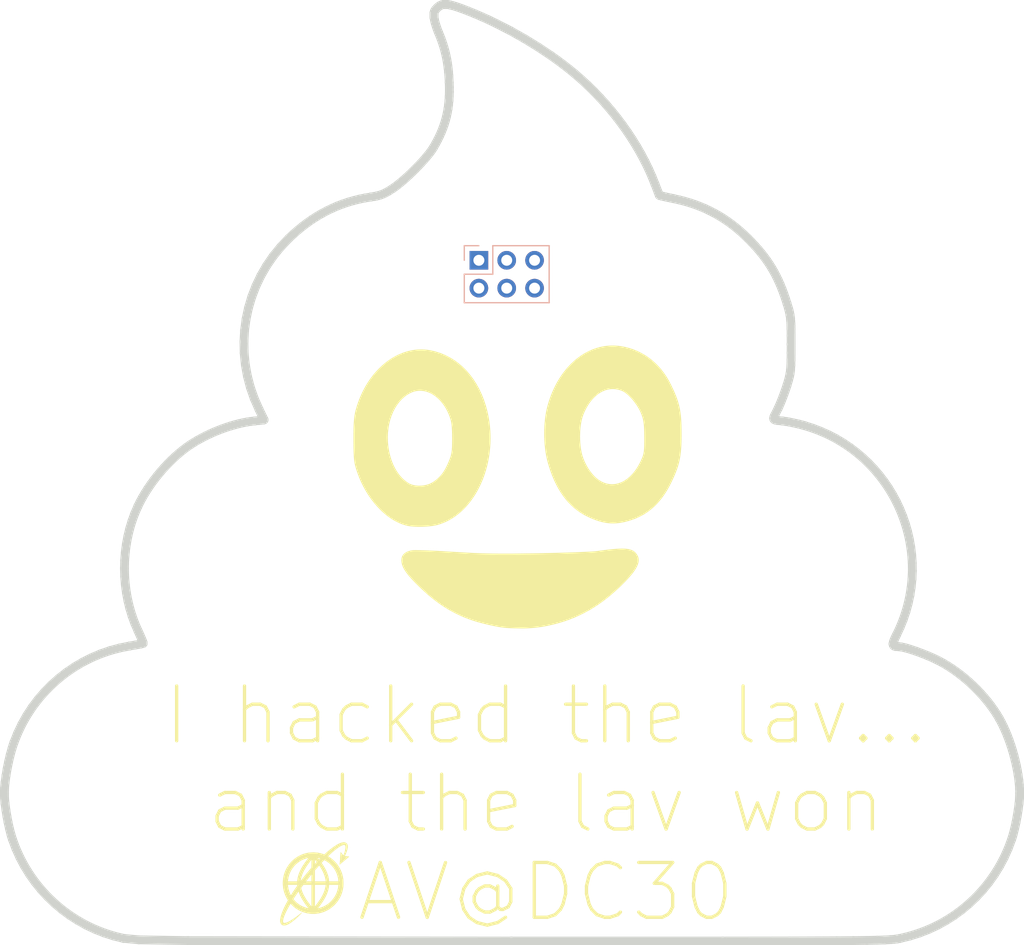
<source format=kicad_pcb>
(kicad_pcb (version 20220427) (generator pcbnew)
  (layers (0 "F.Cu" signal) (31 "B.Cu" signal) (34 "B.Paste" user) (35 "F.Paste" user) (36 "B.SilkS" user "B.Silkscreen") (37 "F.SilkS" user "F.Silkscreen") (38 "B.Mask" user) (39 "F.Mask" user) (44 "Edge.Cuts" user))
  (net 0 "")
  (footprint "Connector_PinHeader_2.54mm:PinHeader_2x03_P2.54mm_Vertical" (layer "B.Cu") (at 124.775 65.925 -90)
    (fp_text reference "REF**" hide)
    (fp_text value "PinHeader_2x03_P2.54mm_Vertical")
    (pad "1" thru_hole rect (at 0 0 270) (size 1.7 1.7) (drill 1) (layers *.Cu *.Mask))
    (pad "2" thru_hole oval (at 2.54 0 270) (size 1.7 1.7) (drill 1) (layers *.Cu *.Mask))
    (pad "3" thru_hole oval (at 0 -2.54 270) (size 1.7 1.7) (drill 1) (layers *.Cu *.Mask))
    (pad "4" thru_hole oval (at 2.54 -2.54 270) (size 1.7 1.7) (drill 1) (layers *.Cu *.Mask))
    (pad "5" thru_hole oval (at 0 -5.08 270) (size 1.7 1.7) (drill 1) (layers *.Cu *.Mask))
    (pad "6" thru_hole oval (at 2.54 -5.08 270) (size 1.7 1.7) (drill 1) (layers *.Cu *.Mask))
  )
  (gr_poly (pts (xy 109.516306 121.91617) (xy 109.381613 122.081547) (xy 109.248135 122.247935) (xy 109.115766 122.415214) (xy 108.98441 122.583249) (xy 108.507466 122.583249) (xy 108.507856 122.579752) (xy 108.565103 122.502251) (xy 108.622562 122.424899) (xy 108.839096 122.146496) (xy 108.949057 122.008586) (xy 109.060165 121.871573) (xy 109.172431 121.735484) (xy 109.285868 121.600345) (xy 109.400489 121.466184) (xy 109.516306 121.333028)) (stroke (width 0.03)) (fill solid) (layer "F.SilkS"))
  (gr_poly (pts (xy 108.706755 122.947793) (xy 108.653985 123.018837) (xy 108.60153 123.090104) (xy 108.54943 123.161541) (xy 108.548406 123.157384) (xy 108.523413 123.01899) (xy 108.523266 123.018041) (xy 108.523142 123.017142) (xy 108.507469 122.876965) (xy 108.759841 122.876965)) (stroke (width 0.03)) (fill solid) (layer "F.SilkS"))
  (gr_poly (pts (xy 119.794015 74.109556) (xy 120.060881 74.134629) (xy 120.327856 74.176015) (xy 120.794961 74.282905) (xy 121.247372 74.426555) (xy 121.684152 74.605958) (xy 122.10436 74.820106) (xy 122.507057 75.067993) (xy 122.891304 75.348612) (xy 123.256161 75.660956) (xy 123.600689 76.004018) (xy 123.923948 76.376792) (xy 124.225 76.778269) (xy 124.502905 77.207443) (xy 124.756723 77.663308) (xy 124.985515 78.144856) (xy 125.188342 78.65108) (xy 125.364264 79.180973) (xy 125.512342 79.733529) (xy 125.603011 80.154385) (xy 125.675654 80.576133) (xy 125.730591 80.99804) (xy 125.768139 81.419371) (xy 125.788618 81.839391) (xy 125.792347 82.257367) (xy 125.779645 82.672563) (xy 125.75083 83.084246) (xy 125.706221 83.491681) (xy 125.646138 83.894133) (xy 125.570898 84.290868) (xy 125.480822 84.681152) (xy 125.376227 85.06425) (xy 125.257433 85.439428) (xy 125.124758 85.805952) (xy 124.978521 86.163086) (xy 124.819042 86.510097) (xy 124.646639 86.84625) (xy 124.46163 87.17081) (xy 124.264336 87.483044) (xy 124.055074 87.782217) (xy 123.834163 88.067594) (xy 123.601923 88.338441) (xy 123.358672 88.594023) (xy 123.10473 88.833607) (xy 122.840414 89.056457) (xy 122.566044 89.26184) (xy 122.281938 89.44902) (xy 121.988416 89.617264) (xy 121.685797 89.765836) (xy 121.374399 89.894004) (xy 121.05454 90.001031) (xy 121.054544 90.001023) (xy 120.915576 90.037745) (xy 120.760517 90.070562) (xy 120.59169 90.099408) (xy 120.411418 90.124217) (xy 120.222021 90.144923) (xy 120.025823 90.161458) (xy 119.825145 90.173757) (xy 119.62231 90.181752) (xy 119.419639 90.185378) (xy 119.219455 90.184567) (xy 119.024079 90.179253) (xy 118.835835 90.16937) (xy 118.657044 90.15485) (xy 118.490027 90.135628) (xy 118.337109 90.111637) (xy 118.200609 90.082811) (xy 117.85648 89.981087) (xy 117.514668 89.845984) (xy 117.176517 89.678951) (xy 116.843371 89.481436) (xy 116.516574 89.254885) (xy 116.19747 89.000748) (xy 115.887402 88.720473) (xy 115.587716 88.415508) (xy 115.299754 88.087299) (xy 115.024861 87.737297) (xy 114.76438 87.366948) (xy 114.519656 86.977701) (xy 114.292032 86.571003) (xy 114.082853 86.148304) (xy 113.893462 85.71105) (xy 113.725203 85.26069) (xy 113.624732 84.957587) (xy 113.54646 84.685179) (xy 113.51476 84.552857) (xy 113.487545 84.419054) (xy 113.464458 84.280719) (xy 113.445144 84.1348) (xy 113.429249 83.978245) (xy 113.416417 83.808004) (xy 113.398521 83.414252) (xy 113.388614 82.929133) (xy 113.383856 82.328233) (xy 113.38391 82.068533) (xy 116.41816 82.068533) (xy 116.430417 82.493928) (xy 116.472133 82.923548) (xy 116.544169 83.355088) (xy 116.599474 83.603816) (xy 116.662985 83.844945) (xy 116.734548 84.078224) (xy 116.814008 84.3034) (xy 116.901213 84.520221) (xy 116.996008 84.728434) (xy 117.09824 84.927788) (xy 117.207755 85.11803) (xy 117.324398 85.298907) (xy 117.448018 85.470168) (xy 117.578459 85.63156) (xy 117.715568 85.782831) (xy 117.859191 85.923728) (xy 118.009175 86.053999) (xy 118.165365 86.173393) (xy 118.245739 86.228931) (xy 118.327608 86.281656) (xy 118.327616 86.281648) (xy 118.443642 86.34554) (xy 118.569619 86.399874) (xy 118.704194 86.444704) (xy 118.846012 86.480087) (xy 118.993719 86.506077) (xy 119.145962 86.522729) (xy 119.301385 86.5301) (xy 119.458636 86.528244) (xy 119.61636 86.517217) (xy 119.773204 86.497075) (xy 119.927812 86.467872) (xy 120.078832 86.429664) (xy 120.224909 86.382506) (xy 120.364689 86.326455) (xy 120.496819 86.261564) (xy 120.619943 86.18789) (xy 120.742183 86.104286) (xy 120.858 86.018991) (xy 120.967848 85.931414) (xy 121.072182 85.840964) (xy 121.171457 85.747051) (xy 121.266126 85.649083) (xy 121.356645 85.54647) (xy 121.443467 85.438622) (xy 121.527048 85.324947) (xy 121.60784 85.204854) (xy 121.6863 85.077754) (xy 121.762881 84.943055) (xy 121.838038 84.800166) (xy 121.912225 84.648496) (xy 121.985896 84.487456) (xy 122.059507 84.316453) (xy 122.155521 84.076966) (xy 122.195676 83.966528) (xy 122.230984 83.859662) (xy 122.261739 83.754397) (xy 122.288231 83.648758) (xy 122.310752 83.540772) (xy 122.329595 83.428467) (xy 122.345051 83.309869) (xy 122.357412 83.183004) (xy 122.366969 83.045901) (xy 122.374015 82.896585) (xy 122.38174 82.553424) (xy 122.382921 82.137735) (xy 122.379192 81.744597) (xy 122.375113 81.570784) (xy 122.369312 81.410331) (xy 122.361607 81.261877) (xy 122.351812 81.124063) (xy 122.339746 80.995531) (xy 122.325224 80.874922) (xy 122.308063 80.760876) (xy 122.28808 80.652034) (xy 122.265091 80.547037) (xy 122.238912 80.444526) (xy 122.20936 80.343142) (xy 122.176251 80.241525) (xy 122.139402 80.138317) (xy 122.09863 80.032159) (xy 122.030028 79.867616) (xy 121.956722 79.708386) (xy 121.878911 79.554583) (xy 121.796792 79.406321) (xy 121.710563 79.263717) (xy 121.620419 79.126883) (xy 121.52656 78.995935) (xy 121.429182 78.870988) (xy 121.328483 78.752156) (xy 121.224659 78.639553) (xy 121.117909 78.533295) (xy 121.008429 78.433496) (xy 120.896418 78.34027) (xy 120.782071 78.253733) (xy 120.665588 78.173999) (xy 120.547164 78.101182) (xy 120.426998 78.035398) (xy 120.305286 77.97676) (xy 120.182226 77.925384) (xy 120.058016 77.881384) (xy 119.932852 77.844875) (xy 119.806932 77.815971) (xy 119.680454 77.794787) (xy 119.553614 77.781438) (xy 119.42661 77.776038) (xy 119.29964 77.778703) (xy 119.1729 77.789546) (xy 119.046589 77.808682) (xy 118.920903 77.836226) (xy 118.796039 77.872293) (xy 118.672196 77.916997) (xy 118.54957 77.970453) (xy 118.400986 78.046513) (xy 118.256874 78.131401) (xy 118.117339 78.224829) (xy 117.98249 78.326508) (xy 117.727276 78.553469) (xy 117.492091 78.809982) (xy 117.27779 79.093745) (xy 117.085232 79.402456) (xy 116.915275 79.733811) (xy 116.768776 80.085508) (xy 116.646591 80.455244) (xy 116.54958 80.840717) (xy 116.4786 81.239625) (xy 116.434507 81.649664) (xy 116.41816 82.068533) (xy 113.38391 82.068533) (xy 113.383967 81.797856) (xy 113.390197 81.340107) (xy 113.403354 80.94462) (xy 113.412783 80.766985) (xy 113.424247 80.601028) (xy 113.437847 80.445452) (xy 113.453683 80.298962) (xy 113.471857 80.160262) (xy 113.492471 80.028056) (xy 113.515624 79.901049) (xy 113.541418 79.777943) (xy 113.569953 79.657444) (xy 113.601332 79.538255) (xy 113.699691 79.205633) (xy 113.808818 78.880826) (xy 113.928359 78.564119) (xy 114.057959 78.255795) (xy 114.197261 77.956136) (xy 114.345911 77.665427) (xy 114.503554 77.383949) (xy 114.669834 77.111987) (xy 114.844396 76.849824) (xy 115.026884 76.597743) (xy 115.216943 76.356028) (xy 115.414218 76.12496) (xy 115.618353 75.904825) (xy 115.828994 75.695905) (xy 116.045785 75.498483) (xy 116.26837 75.312842) (xy 116.496394 75.139266) (xy 116.729502 74.978039) (xy 116.967339 74.829442) (xy 117.20955 74.69376) (xy 117.455778 74.571276) (xy 117.705669 74.462273) (xy 117.958867 74.367034) (xy 118.215018 74.285843) (xy 118.473765 74.218983) (xy 118.734753 74.166736) (xy 118.997628 74.129387) (xy 119.262033 74.107219) (xy 119.527614 74.100514)) (stroke (width 0.1)) (fill solid) (layer "F.SilkS"))
  (gr_poly (pts (xy 110.151769 121.014737) (xy 110.152004 121.015063) (xy 110.152474 121.015731) (xy 110.166805 121.036328) (xy 110.167774 121.037736) (xy 110.183222 121.060676) (xy 110.198583 121.083695) (xy 110.214093 121.106607) (xy 110.085633 121.250247) (xy 109.958062 121.394574) (xy 109.919868 121.438336) (xy 109.88197 121.482373) (xy 109.806443 121.570688) (xy 109.806443 121.010567) (xy 109.901425 120.907936) (xy 109.949198 120.856872) (xy 109.99728 120.806088)) (stroke (width 0.03)) (fill solid) (layer "F.SilkS"))
  (gr_poly (pts (xy 137.20519 73.750948) (xy 137.47827 73.771807) (xy 137.752644 73.808374) (xy 138.113387 73.878079) (xy 138.465533 73.96884) (xy 138.808623 74.080306) (xy 139.142202 74.212125) (xy 139.465809 74.363944) (xy 139.778989 74.535413) (xy 140.081283 74.72618) (xy 140.372234 74.935893) (xy 140.651383 75.1642) (xy 140.918274 75.41075) (xy 141.172448 75.675192) (xy 141.413448 75.957172) (xy 141.640817 76.256341) (xy 141.854095 76.572346) (xy 142.052827 76.904835) (xy 142.236553 77.253457) (xy 142.510461 77.831245) (xy 142.626778 78.098276) (xy 142.730241 78.354889) (xy 142.82153 78.604203) (xy 142.901322 78.849336) (xy 142.970295 79.093406) (xy 143.029128 79.339531) (xy 143.0785 79.59083) (xy 143.119088 79.850422) (xy 143.15157 80.121423) (xy 143.176626 80.406953) (xy 143.194933 80.71013) (xy 143.20717 81.034071) (xy 143.216145 81.756723) (xy 143.214037 82.127269) (xy 143.207289 82.47152) (xy 143.195267 82.792462) (xy 143.177334 83.093079) (xy 143.152854 83.376356) (xy 143.121193 83.645278) (xy 143.081715 83.902832) (xy 143.033784 84.152001) (xy 142.976765 84.39577) (xy 142.910022 84.637126) (xy 142.832919 84.879053) (xy 142.744822 85.124535) (xy 142.645094 85.376559) (xy 142.5331 85.63811) (xy 142.408204 85.912172) (xy 142.269772 86.20173) (xy 142.109066 86.516531) (xy 141.940836 86.817005) (xy 141.765044 87.103188) (xy 141.581653 87.375115) (xy 141.390626 87.632822) (xy 141.191924 87.876344) (xy 140.98551 88.105718) (xy 140.771348 88.320978) (xy 140.5494 88.522161) (xy 140.319628 88.709302) (xy 140.081995 88.882436) (xy 139.836464 89.0416) (xy 139.582998 89.186829) (xy 139.321558 89.318159) (xy 139.052107 89.435624) (xy 138.774609 89.539262) (xy 138.774884 89.539254) (xy 138.498279 89.629193) (xy 138.230976 89.705372) (xy 137.971665 89.767705) (xy 137.719034 89.81611) (xy 137.471775 89.850503) (xy 137.228576 89.870798) (xy 136.988127 89.876913) (xy 136.749118 89.868763) (xy 136.510239 89.846264) (xy 136.27018 89.809333) (xy 136.027629 89.757884) (xy 135.781278 89.691835) (xy 135.529815 89.6111) (xy 135.27193 89.515597) (xy 135.006314 89.40524) (xy 134.731655 89.279947) (xy 134.406087 89.112471) (xy 134.093551 88.92544) (xy 133.79402 88.718819) (xy 133.507468 88.49257) (xy 133.233868 88.246656) (xy 132.973194 87.981041) (xy 132.725418 87.695688) (xy 132.490515 87.390559) (xy 132.268457 87.065619) (xy 132.059218 86.720831) (xy 131.862772 86.356157) (xy 131.679091 85.971562) (xy 131.508149 85.567007) (xy 131.34992 85.142458) (xy 131.204376 84.697875) (xy 131.071492 84.233224) (xy 131.003522 83.954098) (xy 130.944607 83.661473) (xy 130.894747 83.357308) (xy 130.853942 83.04356) (xy 130.822191 82.722187) (xy 130.799494 82.395147) (xy 130.785852 82.064398) (xy 130.784936 81.998028) (xy 133.955594 81.998028) (xy 133.960786 82.275667) (xy 133.975422 82.551142) (xy 133.999499 82.821891) (xy 134.033013 83.085351) (xy 134.075959 83.338963) (xy 134.128334 83.580163) (xy 134.190132 83.806391) (xy 134.261349 84.015084) (xy 134.331392 84.189508) (xy 134.40685 84.359957) (xy 134.487417 84.526029) (xy 134.572782 84.687322) (xy 134.66264 84.843435) (xy 134.756683 84.993964) (xy 134.854601 85.138507) (xy 134.956088 85.276662) (xy 135.060836 85.408027) (xy 135.168537 85.532199) (xy 135.278883 85.648777) (xy 135.391566 85.757357) (xy 135.506279 85.857538) (xy 135.622714 85.948918) (xy 135.740562 86.031093) (xy 135.859516 86.103662) (xy 135.859486 86.103654) (xy 135.985717 86.170461) (xy 136.112798 86.228475) (xy 136.24058 86.27777) (xy 136.368914 86.31842) (xy 136.497651 86.3505) (xy 136.626642 86.374083) (xy 136.755738 86.389245) (xy 136.88479 86.396059) (xy 137.013648 86.394599) (xy 137.142164 86.384941) (xy 137.270189 86.367157) (xy 137.397574 86.341324) (xy 137.524169 86.307514) (xy 137.649825 86.265802) (xy 137.774395 86.216263) (xy 137.897727 86.15897) (xy 138.019674 86.093998) (xy 138.140087 86.021422) (xy 138.258816 85.941315) (xy 138.375712 85.853752) (xy 138.490626 85.758808) (xy 138.60341 85.656555) (xy 138.713914 85.54707) (xy 138.821989 85.430425) (xy 138.927486 85.306696) (xy 139.030256 85.175956) (xy 139.13015 85.03828) (xy 139.22702 84.893743) (xy 139.320715 84.742418) (xy 139.411086 84.584379) (xy 139.497986 84.419702) (xy 139.581265 84.24846) (xy 139.681792 84.024203) (xy 139.723461 83.92161) (xy 139.759851 83.822374) (xy 139.791299 83.724245) (xy 139.818144 83.624972) (xy 139.840723 83.522305) (xy 139.859373 83.413992) (xy 139.874434 83.297784) (xy 139.886241 83.171431) (xy 139.895134 83.032682) (xy 139.90145 82.879286) (xy 139.907701 82.519552) (xy 139.907696 82.074228) (xy 139.903232 81.660917) (xy 139.89888 81.47892) (xy 139.892855 81.311404) (xy 139.884963 81.156903) (xy 139.875009 81.013948) (xy 139.862801 80.881071) (xy 139.848142 80.756806) (xy 139.830839 80.639683) (xy 139.810698 80.528236) (xy 139.787523 80.420997) (xy 139.761122 80.316498) (xy 139.731299 80.213271) (xy 139.69786 80.109848) (xy 139.660612 80.004763) (xy 139.619358 79.896547) (xy 139.551119 79.735921) (xy 139.472103 79.573008) (xy 139.383436 79.409146) (xy 139.286239 79.245676) (xy 139.181638 79.083938) (xy 139.070754 78.925271) (xy 138.954712 78.771016) (xy 138.834635 78.622512) (xy 138.711646 78.4811) (xy 138.58687 78.34812) (xy 138.461428 78.224911) (xy 138.336445 78.112813) (xy 138.213044 78.013167) (xy 138.092349 77.927313) (xy 137.975482 77.85659) (xy 137.918836 77.827322) (xy 137.863568 77.802339) (xy 137.73088 77.75124) (xy 137.598129 77.708704) (xy 137.465451 77.674649) (xy 137.332978 77.648993) (xy 137.200847 77.631652) (xy 137.069192 77.622546) (xy 136.938148 77.621592) (xy 136.807849 77.628707) (xy 136.67843 77.643809) (xy 136.550026 77.666817) (xy 136.422772 77.697646) (xy 136.296802 77.736216) (xy 136.172251 77.782445) (xy 136.049253 77.836248) (xy 135.927945 77.897546) (xy 135.80846 77.966254) (xy 135.690932 78.042292) (xy 135.575498 78.125576) (xy 135.46229 78.216025) (xy 135.351445 78.313555) (xy 135.243097 78.418085) (xy 135.137381 78.529533) (xy 135.034431 78.647816) (xy 134.934382 78.772852) (xy 134.837369 78.904559) (xy 134.743526 79.042854) (xy 134.652989 79.187655) (xy 134.565892 79.33888) (xy 134.482369 79.496446) (xy 134.402556 79.660272) (xy 134.326587 79.830274) (xy 134.254597 80.006372) (xy 134.184075 80.209112) (xy 134.123031 80.430181) (xy 134.071463 80.667015) (xy 134.029365 80.917055) (xy 133.996733 81.177737) (xy 133.973564 81.446501) (xy 133.959852 81.720785) (xy 133.955594 81.998028) (xy 130.784936 81.998028) (xy 130.781263 81.731898) (xy 130.785729 81.399604) (xy 130.799248 81.069476) (xy 130.821822 80.74347) (xy 130.853449 80.423544) (xy 130.89413 80.111657) (xy 130.943864 79.809767) (xy 131.002651 79.51983) (xy 131.070492 79.243806) (xy 131.168238 78.904548) (xy 131.276087 78.573831) (xy 131.393744 78.251893) (xy 131.520916 77.938974) (xy 131.657309 77.635311) (xy 131.80263 77.341144) (xy 131.956586 77.056712) (xy 132.118882 76.782254) (xy 132.289224 76.518008) (xy 132.46732 76.264214) (xy 132.652875 76.02111) (xy 132.845597 75.788934) (xy 133.04519 75.567927) (xy 133.251362 75.358326) (xy 133.463819 75.160371) (xy 133.682267 74.974301) (xy 133.906413 74.800354) (xy 134.135963 74.638769) (xy 134.370624 74.489785) (xy 134.610101 74.353641) (xy 134.854101 74.230576) (xy 135.102331 74.120829) (xy 135.354496 74.024638) (xy 135.610304 73.942242) (xy 135.86946 73.873881) (xy 136.131671 73.819793) (xy 136.396643 73.780216) (xy 136.664082 73.755391) (xy 136.933696 73.745555)) (stroke (width 0.1)) (fill solid) (layer "F.SilkS"))
  (gr_poly (pts (xy 108.332503 123.465301) (xy 108.332502 123.4653) (xy 108.332503 123.4653)) (stroke (width 0.03)) (fill solid) (layer "F.SilkS"))
  (gr_poly (pts (xy 112.456434 119.018388) (xy 112.464705 119.018531) (xy 112.473032 119.018796) (xy 112.481415 119.019186) (xy 112.489854 119.019706) (xy 112.498349 119.02036) (xy 112.506898 119.021151) (xy 112.515503 119.022084) (xy 112.524023 119.023076) (xy 112.532615 119.024292) (xy 112.541282 119.025769) (xy 112.550022 119.027544) (xy 112.558837 119.029653) (xy 112.567726 119.032135) (xy 112.572199 119.033527) (xy 112.576691 119.035025) (xy 112.581202 119.036635) (xy 112.585731 119.038362) (xy 112.62069 119.051074) (xy 112.625004 119.05336) (xy 112.629312 119.055742) (xy 112.633609 119.058208) (xy 112.637892 119.060743) (xy 112.642156 119.063334) (xy 112.646398 119.065968) (xy 112.654797 119.071305) (xy 112.663121 119.076623) (xy 112.671373 119.081982) (xy 112.675448 119.084734) (xy 112.679476 119.087565) (xy 112.683447 119.090496) (xy 112.687353 119.093552) (xy 112.715103 119.12169) (xy 112.718721 119.125159) (xy 112.722142 119.128714) (xy 112.725386 119.132348) (xy 112.728469 119.136055) (xy 112.731408 119.139828) (xy 112.734221 119.143658) (xy 112.736925 119.14754) (xy 112.739537 119.151466) (xy 112.744556 119.159423) (xy 112.749415 119.167473) (xy 112.754253 119.175559) (xy 112.759209 119.183624) (xy 112.767351 119.200105) (xy 112.774551 119.216503) (xy 112.78086 119.232812) (xy 112.786331 119.249022) (xy 112.791016 119.265127) (xy 112.794967 119.28112) (xy 112.798237 119.296993) (xy 112.800878 119.312739) (xy 112.802942 119.328349) (xy 112.804482 119.343818) (xy 112.80555 119.359136) (xy 112.806198 119.374297) (xy 112.806445 119.404119) (xy 112.80564 119.433221) (xy 112.803846 119.462025) (xy 112.801187 119.490409) (xy 112.797737 119.518394) (xy 112.793564 119.546004) (xy 112.78874 119.57326) (xy 112.783335 119.600185) (xy 112.777422 119.626801) (xy 112.771069 119.65313) (xy 112.74806 119.736383) (xy 112.722352 119.818054) (xy 112.694182 119.898273) (xy 112.663784 119.977171) (xy 112.631396 120.054878) (xy 112.597253 120.131525) (xy 112.561592 120.207243) (xy 112.52465 120.282162) (xy 112.9354 120.310765) (xy 112.091653 121.022349) (xy 112.17064 119.921409) (xy 112.430934 120.231777) (xy 112.458753 120.1559) (xy 112.485461 120.079801) (xy 112.510766 120.003525) (xy 112.534372 119.927114) (xy 112.555988 119.850609) (xy 112.575321 119.774054) (xy 112.592076 119.697491) (xy 112.605962 119.620962) (xy 112.609454 119.596877) (xy 112.612465 119.572875) (xy 112.614955 119.549002) (xy 112.616887 119.525306) (xy 112.618225 119.501832) (xy 112.618929 119.478629) (xy 112.618962 119.455743) (xy 112.618287 119.433221) (xy 112.617737 119.422168) (xy 112.616979 119.411204) (xy 112.616009 119.400361) (xy 112.614824 119.389674) (xy 112.61342 119.379172) (xy 112.611794 119.36889) (xy 112.609942 119.35886) (xy 112.607861 119.349113) (xy 112.605547 119.339683) (xy 112.602998 119.330601) (xy 112.600209 119.321901) (xy 112.597177 119.313613) (xy 112.593899 119.305772) (xy 112.590371 119.298408) (xy 112.58659 119.291556) (xy 112.582553 119.285246) (xy 112.578362 119.279606) (xy 112.574108 119.274429) (xy 112.56976 119.269698) (xy 112.565293 119.265392) (xy 112.560676 119.261493) (xy 112.555884 119.257982) (xy 112.550887 119.254839) (xy 112.545657 119.252045) (xy 112.540167 119.249581) (xy 112.534388 119.247429) (xy 112.528293 119.245569) (xy 112.521854 119.243981) (xy 112.515042 119.242647) (xy 112.50783 119.241548) (xy 112.50019 119.240665) (xy 112.492093 119.239977) (xy 112.483631 119.23981) (xy 112.474924 119.239905) (xy 112.465988 119.240264) (xy 112.456836 119.240889) (xy 112.447485 119.241781) (xy 112.43795 119.242942) (xy 112.428244 119.244374) (xy 112.418384 119.246079) (xy 112.408385 119.248059) (xy 112.398261 119.250314) (xy 112.388027 119.252847) (xy 112.3777 119.25566) (xy 112.367292 119.258754) (xy 112.356821 119.262132) (xy 112.346301 119.265794) (xy 112.335746 119.269743) (xy 112.3146 119.277416) (xy 112.293433 119.285681) (xy 112.272256 119.294509) (xy 112.251076 119.303868) (xy 112.208745 119.324062) (xy 112.16651 119.346022) (xy 112.124443 119.369508) (xy 112.082614 119.394278) (xy 112.041094 119.420092) (xy 111.999953 119.446709) (xy 111.958858 119.473976) (xy 111.918021 119.501874) (xy 111.877436 119.530359) (xy 111.837098 119.559389) (xy 111.797002 119.588921) (xy 111.757142 119.618913) (xy 111.717514 119.649322) (xy 111.678112 119.680106) (xy 111.600083 119.743138) (xy 111.522841 119.807456) (xy 111.446361 119.872965) (xy 111.370614 119.939572) (xy 111.295575 120.007184) (xy 111.221215 120.075706) (xy 111.147509 120.145047) (xy 111.074428 120.215112) (xy 111.065044 120.224066) (xy 111.055735 120.233105) (xy 111.037256 120.251336) (xy 111.018818 120.269612) (xy 111.000267 120.287723) (xy 111.091916 120.341082) (xy 111.203791 120.413711) (xy 111.311892 120.491562) (xy 111.416045 120.57446) (xy 111.51608 120.66223) (xy 111.611822 120.754697) (xy 111.703099 120.851686) (xy 111.789739 120.953021) (xy 111.871569 121.058529) (xy 111.948415 121.168032) (xy 112.020107 121.281358) (xy 112.08647 121.39833) (xy 112.147332 121.518773) (xy 112.202521 121.642513) (xy 112.251863 121.769374) (xy 112.295187 121.899181) (xy 112.33232 122.03176) (xy 112.363088 122.166934) (xy 112.387319 122.30453) (xy 112.404841 122.444372) (xy 112.415481 122.586284) (xy 112.419066 122.730093) (xy 112.415481 122.873901) (xy 112.404841 123.015814) (xy 112.387319 123.155656) (xy 112.363088 123.293251) (xy 112.33232 123.428426) (xy 112.295187 123.561004) (xy 112.251863 123.690812) (xy 112.202521 123.817673) (xy 112.147332 123.941412) (xy 112.08647 124.061856) (xy 112.020107 124.178827) (xy 111.948415 124.292153) (xy 111.871569 124.401657) (xy 111.789739 124.507164) (xy 111.703099 124.608499) (xy 111.611822 124.705488) (xy 111.51608 124.797955) (xy 111.416045 124.885725) (xy 111.311892 124.968623) (xy 111.203791 125.046474) (xy 111.091916 125.119103) (xy 110.97644 125.186335) (xy 110.857534 125.247995) (xy 110.735373 125.303907) (xy 110.610128 125.353897) (xy 110.481972 125.39779) (xy 110.351078 125.435411) (xy 110.217618 125.466583) (xy 110.081766 125.491134) (xy 109.943693 125.508886) (xy 109.803573 125.519666) (xy 109.661578 125.523299) (xy 109.519582 125.519666) (xy 109.379458 125.508886) (xy 109.24138 125.491134) (xy 109.10552 125.466583) (xy 108.972052 125.435411) (xy 108.841147 125.39779) (xy 108.712979 125.353898) (xy 108.587721 125.303907) (xy 108.465545 125.247995) (xy 108.346624 125.186335) (xy 108.231132 125.119103) (xy 108.11924 125.046474) (xy 108.011121 124.968623) (xy 107.906949 124.885725) (xy 107.806897 124.797955) (xy 107.711136 124.705488) (xy 107.61984 124.6085) (xy 107.533182 124.507164) (xy 107.451334 124.401657) (xy 107.378663 124.298127) (xy 107.37698 124.295638) (xy 107.376951 124.295688) (xy 107.37447 124.292153) (xy 107.302761 124.178828) (xy 107.236382 124.061856) (xy 107.175504 123.941413) (xy 107.141953 123.866206) (xy 107.630065 123.866206) (xy 107.642843 123.889816) (xy 107.649291 123.901584) (xy 107.655877 123.913257) (xy 107.66805 123.93415) (xy 107.680427 123.954894) (xy 107.693009 123.975496) (xy 107.705797 123.995966) (xy 107.71879 124.0163) (xy 107.731985 124.03649) (xy 107.74538 124.056533) (xy 107.758972 124.076426) (xy 107.772765 124.096168) (xy 107.786761 124.11576) (xy 107.80095 124.135199) (xy 107.81445 124.153309) (xy 107.815307 124.154498) (xy 107.8165 124.156016) (xy 107.82213 124.163359) (xy 107.82904 124.172147) (xy 107.84292 124.189675) (xy 107.842931 124.189659) (xy 107.874676 124.230067) (xy 107.937007 124.303057) (xy 108.00221 124.373377) (xy 108.070191 124.440934) (xy 108.140859 124.505637) (xy 108.214123 124.567395) (xy 108.28989 124.626117) (xy 108.36807 124.68171) (xy 108.448569 124.734083) (xy 108.531297 124.783146) (xy 108.616161 124.828805) (xy 108.70307 124.870971) (xy 108.791931 124.90955) (xy 108.882654 124.944453) (xy 108.975146 124.975587) (xy 109.069316 125.00286) (xy 109.165072 125.026182) (xy 109.262322 125.045461) (xy 110.060437 125.045461) (xy 110.157687 125.026182) (xy 110.253442 125.00286) (xy 110.347612 124.975587) (xy 110.440105 124.944453) (xy 110.530828 124.90955) (xy 110.619689 124.870971) (xy 110.706598 124.828805) (xy 110.791462 124.783146) (xy 110.87419 124.734083) (xy 110.954689 124.68171) (xy 111.108636 124.567395) (xy 111.252568 124.440934) (xy 111.385752 124.303057) (xy 111.507452 124.154498) (xy 111.616935 123.995987) (xy 111.666866 123.913229) (xy 111.713467 123.828257) (xy 111.756646 123.741163) (xy 111.796313 123.65204) (xy 111.832374 123.560977) (xy 111.864739 123.468067) (xy 111.893315 123.373401) (xy 111.91801 123.277071) (xy 111.938734 123.179168) (xy 111.955393 123.079784) (xy 111.967897 122.979009) (xy 111.976153 122.876936) (xy 111.105409 122.876936) (xy 111.099281 122.955235) (xy 111.090486 123.032959) (xy 111.065277 123.186646) (xy 111.030547 123.337912) (xy 110.98706 123.486673) (xy 110.93558 123.632843) (xy 110.876872 123.776337) (xy 110.8117 123.917072) (xy 110.74083 124.054961) (xy 110.665025 124.18992) (xy 110.585049 124.321864) (xy 110.501669 124.450708) (xy 110.415647 124.576368) (xy 110.327748 124.698758) (xy 110.238737 124.817793) (xy 110.060437 125.045461) (xy 109.262322 125.045461) (xy 109.084429 124.817777) (xy 108.908284 124.576312) (xy 108.822705 124.450628) (xy 108.739768 124.321759) (xy 108.660207 124.189792) (xy 108.584757 124.054812) (xy 108.514154 123.916907) (xy 108.449131 123.776163) (xy 108.390425 123.632667) (xy 108.338769 123.486506) (xy 108.294936 123.337891) (xy 108.303692 123.369854) (xy 108.312952 123.401777) (xy 108.322588 123.433584) (xy 108.332502 123.4653) (xy 108.243096 123.593219) (xy 108.154297 123.721528) (xy 108.066175 123.850262) (xy 107.978803 123.979455) (xy 107.944416 124.031779) (xy 107.91044 124.08433) (xy 107.842931 124.189659) (xy 107.8165 124.156016) (xy 107.815325 124.154483) (xy 107.81445 124.153309) (xy 107.758992 124.07644) (xy 107.705824 123.995987) (xy 107.655893 123.913229) (xy 107.630086 123.866171) (xy 107.630065 123.866206) (xy 107.141953 123.866206) (xy 107.120301 123.817673) (xy 107.070945 123.690812) (xy 107.027609 123.561005) (xy 106.990466 123.428426) (xy 106.959689 123.293251) (xy 106.93545 123.155656) (xy 106.917923 123.015814) (xy 106.907507 122.876936) (xy 107.346606 122.876936) (xy 107.354863 122.979009) (xy 107.367366 123.079784) (xy 107.384026 123.179168) (xy 107.404749 123.277071) (xy 107.429445 123.373401) (xy 107.458021 123.468067) (xy 107.490385 123.560977) (xy 107.526447 123.65204) (xy 107.566113 123.741163) (xy 107.609292 123.828257) (xy 107.630086 123.866171) (xy 107.677581 123.787374) (xy 107.742986 123.682534) (xy 107.809472 123.578436) (xy 107.876959 123.475031) (xy 107.945368 123.372268) (xy 108.084629 123.168472) (xy 108.226614 122.966654) (xy 108.226722 122.967695) (xy 108.228271 122.98323) (xy 108.229799 122.999838) (xy 108.231442 123.016421) (xy 108.232381 123.024686) (xy 108.233439 123.032924) (xy 108.239059 123.071554) (xy 108.245297 123.110036) (xy 108.252137 123.148371) (xy 108.259499 123.186236) (xy 108.259549 123.186532) (xy 108.259618 123.186825) (xy 108.267559 123.224595) (xy 108.276124 123.26248) (xy 108.285244 123.300211) (xy 108.294868 123.337635) (xy 108.294899 123.337765) (xy 108.294936 123.337891) (xy 108.294908 123.337789) (xy 108.294868 123.337635) (xy 108.259618 123.186825) (xy 108.259561 123.186558) (xy 108.259499 123.186236) (xy 108.233455 123.032894) (xy 108.226722 122.967695) (xy 108.226618 122.966649) (xy 108.226614 122.966654) (xy 108.217353 122.876965) (xy 108.507453 122.876965) (xy 108.510487 122.912401) (xy 108.514145 122.947722) (xy 108.518411 122.982933) (xy 108.523142 123.017142) (xy 108.523243 123.018046) (xy 108.523413 123.01899) (xy 108.528695 123.053049) (xy 108.534692 123.087951) (xy 108.541254 123.122741) (xy 108.548381 123.157413) (xy 108.549389 123.161598) (xy 108.54943 123.161541) (xy 108.582294 123.294906) (xy 108.624246 123.430571) (xy 108.673603 123.564336) (xy 108.729703 123.696159) (xy 108.791887 123.825997) (xy 108.859494 123.953807) (xy 108.931863 124.079548) (xy 109.008334 124.203177) (xy 109.088247 124.324652) (xy 109.170941 124.443929) (xy 109.255756 124.560967) (xy 109.342032 124.675724) (xy 109.516322 124.898221) (xy 109.806437 124.898221) (xy 109.980841 124.675724) (xy 110.151985 124.443929) (xy 110.234688 124.324652) (xy 110.314599 124.203177) (xy 110.391061 124.079548) (xy 110.463414 123.953807) (xy 110.531 123.825997) (xy 110.59316 123.696159) (xy 110.649236 123.564336) (xy 110.698569 123.430571) (xy 110.740499 123.294906) (xy 110.77437 123.157384) (xy 110.79952 123.018046) (xy 110.815293 122.876936) (xy 109.806437 122.876936) (xy 109.806437 124.898221) (xy 109.516322 124.898221) (xy 109.516322 122.876936) (xy 108.507466 122.876936) (xy 108.507469 122.876965) (xy 108.507453 122.876965) (xy 108.217353 122.876965) (xy 108.21735 122.876936) (xy 107.346606 122.876936) (xy 106.907507 122.876936) (xy 106.90728 122.873901) (xy 106.903694 122.730093) (xy 106.90728 122.586284) (xy 106.907507 122.583261) (xy 108.507452 122.583261) (xy 108.984401 122.583261) (xy 108.98441 122.583249) (xy 109.516322 122.583249) (xy 109.516322 120.561965) (xy 109.341918 120.784462) (xy 109.170774 121.016256) (xy 109.088071 121.135534) (xy 109.00816 121.257008) (xy 108.931698 121.380637) (xy 108.859345 121.506378) (xy 108.791759 121.634189) (xy 108.729599 121.764027) (xy 108.673523 121.89585) (xy 108.62419 122.029615) (xy 108.58226 122.165279) (xy 108.548389 122.302802) (xy 108.523239 122.442139) (xy 108.507856 122.579752) (xy 108.507841 122.579773) (xy 108.507452 122.583261) (xy 106.907507 122.583261) (xy 106.907507 122.583249) (xy 107.346606 122.583249) (xy 108.21735 122.583249) (xy 108.223478 122.504951) (xy 108.232273 122.427226) (xy 108.257482 122.273539) (xy 108.292212 122.122273) (xy 108.335699 121.973513) (xy 108.387179 121.827343) (xy 108.445887 121.683848) (xy 108.511059 121.543114) (xy 108.581929 121.405225) (xy 108.657734 121.270266) (xy 108.73771 121.138322) (xy 108.82109 121.009478) (xy 108.907112 120.883818) (xy 108.995011 120.761428) (xy 109.084022 120.642392) (xy 109.14732 120.561568) (xy 109.806437 120.561568) (xy 109.806437 122.583249) (xy 110.815293 122.583249) (xy 110.79952 122.440896) (xy 110.77437 122.300636) (xy 110.740499 122.162477) (xy 110.698569 122.026427) (xy 110.649236 121.892496) (xy 110.59316 121.760692) (xy 110.531 121.631024) (xy 110.463414 121.503501) (xy 110.391061 121.378131) (xy 110.314599 121.254923) (xy 110.234688 121.133886) (xy 110.166805 121.036328) (xy 110.159944 121.026354) (xy 110.152474 121.015731) (xy 110.151985 121.015029) (xy 110.151769 121.014737) (xy 110.113846 120.962111) (xy 110.075272 120.909675) (xy 110.036384 120.857689) (xy 109.997285 120.806083) (xy 109.99728 120.806088) (xy 109.980841 120.783887) (xy 109.806437 120.561568) (xy 109.14732 120.561568) (xy 109.262322 120.414724) (xy 110.060437 120.414724) (xy 110.204124 120.598195) (xy 110.211196 120.607253) (xy 110.213246 120.609843) (xy 110.238737 120.642392) (xy 110.414855 120.882738) (xy 110.415631 120.88383) (xy 110.416716 120.88538) (xy 110.501669 121.009478) (xy 110.585049 121.138322) (xy 110.665025 121.270266) (xy 110.74083 121.405225) (xy 110.8117 121.543114) (xy 110.876872 121.683848) (xy 110.93558 121.827343) (xy 110.98706 121.973513) (xy 111.030547 122.122273) (xy 111.065277 122.273539) (xy 111.090486 122.427226) (xy 111.105409 122.583249) (xy 111.976153 122.583249) (xy 111.967897 122.481176) (xy 111.955393 122.380402) (xy 111.938734 122.281018) (xy 111.91801 122.183115) (xy 111.893315 122.086784) (xy 111.864739 121.992119) (xy 111.832374 121.899209) (xy 111.796313 121.808146) (xy 111.756647 121.719022) (xy 111.713467 121.631929) (xy 111.666866 121.546957) (xy 111.616935 121.464199) (xy 111.563767 121.383745) (xy 111.507452 121.305688) (xy 111.448083 121.230119) (xy 111.385752 121.157128) (xy 111.32055 121.086809) (xy 111.252568 121.019252) (xy 111.1819 120.954548) (xy 111.108636 120.89279) (xy 111.032869 120.834069) (xy 110.954689 120.778476) (xy 110.87419 120.726102) (xy 110.791462 120.67704) (xy 110.706598 120.63138) (xy 110.672731 120.614949) (xy 110.672748 120.614932) (xy 110.672747 120.614932) (xy 110.646329 120.601899) (xy 110.633075 120.595467) (xy 110.619727 120.589197) (xy 110.597684 120.579221) (xy 110.575511 120.569481) (xy 110.553219 120.559968) (xy 110.532977 120.551568) (xy 110.530828 120.550635) (xy 110.528647 120.549796) (xy 110.508313 120.54159) (xy 110.485699 120.532728) (xy 110.462971 120.524098) (xy 110.440126 120.515713) (xy 110.417168 120.507581) (xy 110.394104 120.499695) (xy 110.370932 120.492047) (xy 110.348663 120.484953) (xy 110.347613 120.484599) (xy 110.345964 120.484121) (xy 110.341012 120.482629) (xy 110.334335 120.480715) (xy 110.328381 120.479029) (xy 110.32532 120.478142) (xy 110.320986 120.476879) (xy 110.320979 120.476885) (xy 110.253443 120.457325) (xy 110.157687 120.434003) (xy 110.060437 120.414724) (xy 109.262322 120.414724) (xy 109.165073 120.434038) (xy 109.069321 120.457391) (xy 108.975156 120.484691) (xy 108.88267 120.515847) (xy 108.791956 120.550768) (xy 108.703104 120.589362) (xy 108.616205 120.631539) (xy 108.531352 120.677207) (xy 108.448637 120.726275) (xy 108.36815 120.778652) (xy 108.214228 120.892965) (xy 108.070319 121.019417) (xy 107.937156 121.157277) (xy 107.815472 121.305816) (xy 107.705998 121.464303) (xy 107.65607 121.547049) (xy 107.609468 121.632009) (xy 107.566286 121.71909) (xy 107.526614 121.808202) (xy 107.490544 121.899253) (xy 107.458168 121.992153) (xy 107.429577 122.086809) (xy 107.404863 122.183131) (xy 107.384118 122.281027) (xy 107.367432 122.380406) (xy 107.354898 122.481177) (xy 107.346606 122.583249) (xy 106.907507 122.583249) (xy 106.917923 122.444372) (xy 106.93545 122.30453) (xy 106.959689 122.166934) (xy 106.990466 122.03176) (xy 107.027609 121.899181) (xy 107.070945 121.769374) (xy 107.120301 121.642513) (xy 107.175504 121.518773) (xy 107.236382 121.39833) (xy 107.302761 121.281358) (xy 107.37447 121.168032) (xy 107.451334 121.058529) (xy 107.533182 120.953021) (xy 107.61984 120.851686) (xy 107.711136 120.754697) (xy 107.806897 120.66223) (xy 107.906949 120.57446) (xy 108.011121 120.491562) (xy 108.11924 120.413711) (xy 108.231132 120.341082) (xy 108.346624 120.27385) (xy 108.465545 120.21219) (xy 108.587721 120.156278) (xy 108.712979 120.106288) (xy 108.841147 120.062395) (xy 108.972052 120.024775) (xy 109.10552 119.993602) (xy 109.24138 119.969052) (xy 109.379458 119.951299) (xy 109.519582 119.940519) (xy 109.661578 119.936887) (xy 109.803573 119.940519) (xy 109.943693 119.951299) (xy 110.081766 119.969052) (xy 110.217618 119.993602) (xy 110.351078 120.024775) (xy 110.481972 120.062395) (xy 110.610128 120.106288) (xy 110.735373 120.156278) (xy 110.857534 120.21219) (xy 110.975926 120.273584) (xy 110.976449 120.273868) (xy 110.976977 120.274163) (xy 110.989813 120.281636) (xy 110.994283 120.284296) (xy 110.997256 120.286034) (xy 111.000246 120.287743) (xy 111.000267 120.287723) (xy 110.989813 120.281636) (xy 110.988366 120.280776) (xy 110.98244 120.277271) (xy 110.979456 120.275551) (xy 110.976977 120.274163) (xy 110.97644 120.27385) (xy 110.975926 120.273584) (xy 110.947038 120.257917) (xy 110.917414 120.242309) (xy 110.887581 120.227056) (xy 110.857542 120.212166) (xy 110.8273 120.197646) (xy 110.796857 120.183493) (xy 110.766215 120.169704) (xy 110.735379 120.156278) (xy 110.728524 120.153393) (xy 110.721634 120.150577) (xy 110.70778 120.145087) (xy 110.680033 120.134186) (xy 110.766565 120.053849) (xy 110.809999 120.013841) (xy 110.853821 119.974196) (xy 110.932465 119.905801) (xy 111.011869 119.838172) (xy 111.092088 119.771372) (xy 111.173181 119.705459) (xy 111.255205 119.640495) (xy 111.338215 119.576541) (xy 111.422269 119.513656) (xy 111.507424 119.451902) (xy 111.594402 119.392068) (xy 111.682274 119.333097) (xy 111.771745 119.275856) (xy 111.863524 119.22121) (xy 111.910499 119.19513) (xy 111.958316 119.170023) (xy 112.007063 119.145998) (xy 112.056829 119.123163) (xy 112.107702 119.101625) (xy 112.159769 119.081493) (xy 112.213121 119.062876) (xy 112.267844 119.045881) (xy 112.288633 119.04018) (xy 112.309924 119.034962) (xy 112.331718 119.03031) (xy 112.354014 119.026304) (xy 112.376812 119.023025) (xy 112.400112 119.020554) (xy 112.423915 119.018973) (xy 112.436005 119.018542) (xy 112.44822 119.018363)) (stroke (width 0.03)) (fill solid) (layer "F.SilkS"))
  (gr_poly (pts (xy 107.378663 124.298127) (xy 107.395131 124.322481) (xy 107.413554 124.349116) (xy 107.432274 124.375522) (xy 107.451316 124.401677) (xy 107.471319 124.428434) (xy 107.491632 124.454937) (xy 107.512251 124.481184) (xy 107.533172 124.507175) (xy 107.549233 124.526565) (xy 107.565545 124.54573) (xy 107.582025 124.564744) (xy 107.598594 124.583682) (xy 107.585936 124.604591) (xy 107.573123 124.62542) (xy 107.560353 124.64627) (xy 107.547822 124.667243) (xy 107.446902 124.842814) (xy 107.348285 125.019283) (xy 107.300377 125.108039) (xy 107.253687 125.197241) (xy 107.208431 125.286962) (xy 107.164822 125.377277) (xy 107.122961 125.467816) (xy 107.082637 125.559189) (xy 107.044491 125.651149) (xy 107.009163 125.743448) (xy 106.977297 125.83584) (xy 106.962861 125.881994) (xy 106.949531 125.928079) (xy 106.937387 125.974063) (xy 106.926508 126.019917) (xy 106.916975 126.065609) (xy 106.908869 126.111108) (xy 106.906443 126.133206) (xy 106.904567 126.155074) (xy 106.903304 126.176595) (xy 106.902722 126.197655) (xy 106.902883 126.218138) (xy 106.903263 126.228127) (xy 106.903854 126.237929) (xy 106.904662 126.247529) (xy 106.905698 126.256913) (xy 106.906968 126.266066) (xy 106.908481 126.274974) (xy 106.910543 126.28355) (xy 106.91272 126.291582) (xy 106.915026 126.299095) (xy 106.917474 126.306112) (xy 106.920077 126.312658) (xy 106.922848 126.318755) (xy 106.924302 126.321643) (xy 106.925803 126.324428) (xy 106.927352 126.327113) (xy 106.928953 126.329701) (xy 106.930605 126.332194) (xy 106.932312 126.334597) (xy 106.934074 126.336911) (xy 106.935894 126.339139) (xy 106.937773 126.341286) (xy 106.939712 126.343353) (xy 106.941714 126.345344) (xy 106.94378 126.347262) (xy 106.945912 126.349109) (xy 106.948112 126.350889) (xy 106.95038 126.352604) (xy 106.952719 126.354258) (xy 106.957617 126.357393) (xy 106.962819 126.360318) (xy 106.968679 126.363146) (xy 106.975076 126.365676) (xy 106.98198 126.367909) (xy 106.989358 126.369844) (xy 106.997182 126.371482) (xy 107.005419 126.372822) (xy 107.014039 126.373865) (xy 107.023011 126.37461) (xy 107.032303 126.375057) (xy 107.041886 126.375207) (xy 107.051727 126.375059) (xy 107.061797 126.374613) (xy 107.072064 126.373869) (xy 107.082498 126.372828) (xy 107.093067 126.371489) (xy 107.10374 126.369852) (xy 107.125328 126.365994) (xy 107.147195 126.36131) (xy 107.169292 126.355863) (xy 107.191569 126.34972) (xy 107.213976 126.342944) (xy 107.236464 126.3356) (xy 107.258982 126.327753) (xy 107.281482 126.319467) (xy 107.326662 126.301031) (xy 107.371573 126.281344) (xy 107.416223 126.260489) (xy 107.460619 126.238546) (xy 107.504769 126.215596) (xy 107.548682 126.19172) (xy 107.635826 126.141512) (xy 107.722114 126.08857) (xy 107.807609 126.03354) (xy 107.892376 125.977068) (xy 107.976478 125.919802) (xy 108.059711 125.86052) (xy 108.142436 125.800287) (xy 108.224667 125.739158) (xy 108.306419 125.677192) (xy 108.468541 125.550972) (xy 108.628919 125.42208) (xy 108.558472 125.497259) (xy 108.487274 125.571815) (xy 108.415239 125.645647) (xy 108.342283 125.718651) (xy 108.268323 125.790725) (xy 108.193274 125.861766) (xy 108.117053 125.931672) (xy 108.039575 126.000339) (xy 108.000542 126.034415) (xy 107.961118 126.068156) (xy 107.921285 126.101525) (xy 107.881025 126.134485) (xy 107.840318 126.166998) (xy 107.799146 126.199028) (xy 107.75749 126.230536) (xy 107.715331 126.261487) (xy 107.672694 126.292072) (xy 107.629551 126.322147) (xy 107.585804 126.351608) (xy 107.541354 126.380353) (xy 107.496104 126.40828) (xy 107.449957 126.435286) (xy 107.402814 126.461268) (xy 107.354578 126.486124) (xy 107.329878 126.497901) (xy 107.304843 126.509349) (xy 107.279397 126.520359) (xy 107.253468 126.530826) (xy 107.22698 126.540642) (xy 107.199861 126.5497) (xy 107.172034 126.557892) (xy 107.157833 126.56163) (xy 107.143428 126.565111) (xy 107.114263 126.571202) (xy 107.083942 126.576331) (xy 107.068361 126.578374) (xy 107.052505 126.579982) (xy 107.036379 126.581091) (xy 107.019987 126.581637) (xy 107.003336 126.581556) (xy 106.986428 126.580782) (xy 106.96927 126.579251) (xy 106.951865 126.576898) (xy 106.934219 126.573659) (xy 106.916336 126.56947) (xy 106.898221 126.564265) (xy 106.879878 126.55798) (xy 106.870855 126.554258) (xy 106.861938 126.550235) (xy 106.853124 126.545913) (xy 106.844407 126.541292) (xy 106.835784 126.536374) (xy 106.827249 126.531159) (xy 106.818797 126.525648) (xy 106.810425 126.519843) (xy 106.802875 126.513466) (xy 106.795411 126.506861) (xy 106.788041 126.50006) (xy 106.780774 126.493095) (xy 106.773619 126.486001) (xy 106.766584 126.478809) (xy 106.759678 126.471552) (xy 106.752909 126.464264) (xy 106.742222 126.448359) (xy 106.736943 126.440322) (xy 106.731746 126.432239) (xy 106.726661 126.424119) (xy 106.721717 126.415969) (xy 106.716943 126.4078) (xy 106.712369 126.399617) (xy 106.708985 126.391545) (xy 106.705674 126.383407) (xy 106.699249 126.366971) (xy 106.693047 126.350387) (xy 106.687022 126.33373) (xy 106.682891 126.317512) (xy 106.679263 126.301445) (xy 106.676109 126.285525) (xy 106.673402 126.269745) (xy 106.671116 126.254101) (xy 106.669223 126.238585) (xy 106.667696 126.223192) (xy 106.666508 126.207917) (xy 106.66504 126.177696) (xy 106.6646 126.147876) (xy 106.664972 126.118409) (xy 106.665938 126.089249) (xy 106.671119 126.032493) (xy 106.678222 125.976762) (xy 106.687082 125.921961) (xy 106.697537 125.867999) (xy 106.709425 125.81478) (xy 106.722583 125.762212) (xy 106.736848 125.710201) (xy 106.752057 125.658655) (xy 106.767951 125.607559) (xy 106.784627 125.556931) (xy 106.802012 125.506719) (xy 106.820029 125.456873) (xy 106.838604 125.407344) (xy 106.857663 125.358081) (xy 106.896931 125.260152) (xy 106.94983 125.135283) (xy 107.005138 125.011853) (xy 107.062666 124.889759) (xy 107.122225 124.768894) (xy 107.183624 124.649155) (xy 107.246676 124.530435) (xy 107.311191 124.412631) (xy 107.376951 124.295688)) (stroke (width 0.03)) (fill solid) (layer "F.SilkS"))
  (gr_poly (pts (xy 110.32532 120.478142) (xy 110.327649 120.478822) (xy 110.328381 120.479029) (xy 110.345964 120.484121) (xy 110.347651 120.48463) (xy 110.348663 120.484953) (xy 110.440105 120.515733) (xy 110.528647 120.549796) (xy 110.530818 120.550672) (xy 110.532977 120.551568) (xy 110.61969 120.589215) (xy 110.672731 120.614949) (xy 110.608212 120.682009) (xy 110.544009 120.749416) (xy 110.480168 120.817194) (xy 110.416716 120.885381) (xy 110.416716 120.88538) (xy 110.415647 120.883818) (xy 110.414855 120.882738) (xy 110.371872 120.822216) (xy 110.327743 120.761424) (xy 110.283336 120.701471) (xy 110.238743 120.642372) (xy 110.229553 120.630485) (xy 110.220376 120.618851) (xy 110.213246 120.609843) (xy 110.204124 120.598195) (xy 110.202001 120.595476) (xy 110.231603 120.565695) (xy 110.261324 120.536023) (xy 110.320979 120.476885)) (stroke (width 0.03)) (fill solid) (layer "F.SilkS"))
  (gr_poly (pts (xy 137.942909 92.270148) (xy 138.053304 92.274087) (xy 138.157071 92.28083) (xy 138.254505 92.2904) (xy 138.345901 92.302822) (xy 138.431553 92.318119) (xy 138.511757 92.336317) (xy 138.586808 92.357437) (xy 138.657002 92.381505) (xy 138.722633 92.408544) (xy 138.783997 92.438578) (xy 138.841388 92.471632) (xy 138.895101 92.507728) (xy 138.945433 92.546892) (xy 138.992678 92.589146) (xy 139.037131 92.634516) (xy 139.079087 92.683024) (xy 139.118841 92.734695) (xy 139.156689 92.789552) (xy 139.189102 92.842409) (xy 139.217561 92.896077) (xy 139.242039 92.950619) (xy 139.262507 93.006097) (xy 139.278939 93.062573) (xy 139.291306 93.120111) (xy 139.299581 93.178774) (xy 139.303736 93.238623) (xy 139.303744 93.299721) (xy 139.299576 93.362131) (xy 139.291206 93.425916) (xy 139.278606 93.491138) (xy 139.261747 93.55786) (xy 139.240603 93.626144) (xy 139.185348 93.767651) (xy 139.112618 93.916159) (xy 139.022193 94.07217) (xy 138.913852 94.236185) (xy 138.787374 94.408704) (xy 138.642536 94.590229) (xy 138.479119 94.781261) (xy 138.296901 94.9823) (xy 138.095661 95.193849) (xy 137.689315 95.600293) (xy 137.282117 95.983863) (xy 136.873225 96.345038) (xy 136.461794 96.6843) (xy 136.046982 97.002127) (xy 135.627944 97.299) (xy 135.203838 97.5754) (xy 134.773819 97.831805) (xy 134.337045 98.068697) (xy 133.89267 98.286555) (xy 133.439853 98.48586) (xy 132.977749 98.667091) (xy 132.505515 98.830728) (xy 132.022307 98.977252) (xy 131.527282 99.107142) (xy 131.019596 99.22088) (xy 131.0196 99.22088) (xy 130.718224 99.278465) (xy 130.41246 99.328213) (xy 130.103794 99.369982) (xy 129.793709 99.40363) (xy 129.483691 99.429018) (xy 129.175223 99.446003) (xy 128.869791 99.454445) (xy 128.568879 99.454202) (xy 128.070493 99.444956) (xy 127.662114 99.43215) (xy 127.31519 99.412402) (xy 127.155852 99.39887) (xy 127.00117 99.382334) (xy 126.847578 99.362373) (xy 126.691504 99.338564) (xy 126.35764 99.277714) (xy 125.971025 99.196402) (xy 125.50311 99.091249) (xy 125.067462 98.985103) (xy 124.644341 98.868105) (xy 124.232788 98.739728) (xy 123.831848 98.599448) (xy 123.440562 98.446738) (xy 123.057974 98.281073) (xy 122.683125 98.101929) (xy 122.315058 97.908778) (xy 121.952817 97.701097) (xy 121.595444 97.47836) (xy 121.241981 97.24004) (xy 120.891471 96.985614) (xy 120.542956 96.714555) (xy 120.195481 96.426337) (xy 119.848086 96.120437) (xy 119.499815 95.796327) (xy 119.266813 95.571137) (xy 119.053066 95.358894) (xy 118.857992 95.158754) (xy 118.681008 94.969874) (xy 118.52153 94.791413) (xy 118.378978 94.622527) (xy 118.252767 94.462375) (xy 118.142315 94.310113) (xy 118.047039 94.1649) (xy 117.966358 94.025892) (xy 117.899687 93.892247) (xy 117.871424 93.827172) (xy 117.846445 93.763122) (xy 117.824678 93.699992) (xy 117.806049 93.637676) (xy 117.790486 93.576069) (xy 117.777916 93.515065) (xy 117.768266 93.45456) (xy 117.761464 93.394447) (xy 117.757436 93.334622) (xy 117.756109 93.27498) (xy 117.756999 93.232866) (xy 117.75967 93.191747) (xy 117.76412 93.151625) (xy 117.770349 93.1125) (xy 117.778357 93.074372) (xy 117.788143 93.037241) (xy 117.799707 93.001109) (xy 117.813048 92.965975) (xy 117.828166 92.931841) (xy 117.84506 92.898706) (xy 117.86373 92.866571) (xy 117.884175 92.835437) (xy 117.906394 92.805303) (xy 117.930388 92.776171) (xy 117.956156 92.74804) (xy 117.983697 92.720912) (xy 118.013011 92.694787) (xy 118.044097 92.669665) (xy 118.076955 92.645546) (xy 118.111585 92.622432) (xy 118.186155 92.579217) (xy 118.267805 92.540024) (xy 118.356531 92.504857) (xy 118.452328 92.47372) (xy 118.555193 92.446615) (xy 118.665121 92.423547) (xy 118.824123 92.410699) (xy 119.099443 92.407342) (xy 119.938616 92.426931) (xy 121.06179 92.477961) (xy 122.348119 92.556085) (xy 124.137696 92.660612) (xy 124.980297 92.693739) (xy 125.837012 92.714975) (xy 126.744522 92.724969) (xy 127.739505 92.724373) (xy 130.138607 92.694009) (xy 131.978966 92.653388) (xy 133.610072 92.602516) (xy 134.854821 92.54789) (xy 135.276966 92.521198) (xy 135.536106 92.496003) (xy 135.993712 92.432868) (xy 136.409457 92.379704) (xy 136.785703 92.336703) (xy 137.124809 92.304055) (xy 137.429139 92.281952) (xy 137.569 92.274915) (xy 137.701052 92.270586) (xy 137.82559 92.268989)) (stroke (width 0.1)) (fill solid) (layer "F.SilkS"))
  (gr_line (start 162.864998 100.097858) (end 162.785749 100.257718) (stroke (width 0.8)) (layer "Edge.Cuts"))
  (gr_line (start 123.776501 43.184265) (end 123.776501 43.184265) (stroke (width 0.8)) (layer "Edge.Cuts"))
  (gr_line (start 152.888474 77.292255) (end 152.888474 77.292255) (stroke (width 0.8)) (layer "Edge.Cuts"))
  (gr_line (start 151.880883 80.509039) (end 151.989528 80.529156) (stroke (width 0.8)) (layer "Edge.Cuts"))
  (gr_line (start 147.425623 62.346405) (end 147.815736 62.627878) (stroke (width 0.8)) (layer "Edge.Cuts"))
  (gr_line (start 153.092118 70.608707) (end 153.126853 70.767738) (stroke (width 0.8)) (layer "Edge.Cuts"))
  (gr_line (start 174.09256 114.157011) (end 174.101548 114.548141) (stroke (width 0.8)) (layer "Edge.Cuts"))
  (gr_line (start 153.091113 76.573149) (end 153.003204 76.907979) (stroke (width 0.8)) (layer "Edge.Cuts"))
  (gr_line (start 169.841741 104.712184) (end 170.195656 105.060886) (stroke (width 0.8)) (layer "Edge.Cuts"))
  (gr_line (start 142.553623 60.306688) (end 142.553623 60.306688) (stroke (width 0.8)) (layer "Edge.Cuts"))
  (gr_line (start 172.261798 121.191944) (end 171.793417 121.949816) (stroke (width 0.8)) (layer "Edge.Cuts"))
  (gr_line (start 103.762746 70.260679) (end 104.05972 69.261305) (stroke (width 0.8)) (layer "Edge.Cuts"))
  (gr_line (start 162.572501 100.995995) (end 162.583201 101.021259) (stroke (width 0.8)) (layer "Edge.Cuts"))
  (gr_line (start 173.439802 118.506377) (end 173.36937 118.727295) (stroke (width 0.8)) (layer "Edge.Cuts"))
  (gr_line (start 144.002655 60.678766) (end 144.463708 60.832472) (stroke (width 0.8)) (layer "Edge.Cuts"))
  (gr_line (start 152.587002 68.983221) (end 152.741599 69.429806) (stroke (width 0.8)) (layer "Edge.Cuts"))
  (gr_line (start 173.570165 111.067754) (end 173.688423 111.526144) (stroke (width 0.8)) (layer "Edge.Cuts"))
  (gr_line (start 121.526533 42.598139) (end 121.588839 42.590312) (stroke (width 0.8)) (layer "Edge.Cuts"))
  (gr_line (start 98.117569 82.981677) (end 98.472069 82.736237) (stroke (width 0.8)) (layer "Edge.Cuts"))
  (gr_line (start 103.369842 74.398214) (end 103.347184 73.35221) (stroke (width 0.8)) (layer "Edge.Cuts"))
  (gr_line (start 139.924681 56.917663) (end 140.257174 57.600063) (stroke (width 0.8)) (layer "Edge.Cuts"))
  (gr_line (start 120.355351 56.046394) (end 120.51116 55.828016) (stroke (width 0.8)) (layer "Edge.Cuts"))
  (gr_line (start 168.803165 125.176652) (end 168.090314 125.6963) (stroke (width 0.8)) (layer "Edge.Cuts"))
  (gr_line (start 84.033397 106.698284) (end 84.573807 105.980252) (stroke (width 0.8)) (layer "Edge.Cuts"))
  (gr_line (start 138.332636 54.238275) (end 138.767865 54.897716) (stroke (width 0.8)) (layer "Edge.Cuts"))
  (gr_line (start 148.198821 62.926307) (end 148.575285 63.241911) (stroke (width 0.8)) (layer "Edge.Cuts"))
  (gr_line (start 121.870104 42.593462) (end 121.949629 42.602984) (stroke (width 0.8)) (layer "Edge.Cuts"))
  (gr_line (start 169.476356 104.375107) (end 169.841741 104.712184) (stroke (width 0.8)) (layer "Edge.Cuts"))
  (gr_line (start 92.525595 92.565966) (end 92.620431 91.838895) (stroke (width 0.8)) (layer "Edge.Cuts"))
  (gr_line (start 133.503041 48.895756) (end 133.503041 48.895756) (stroke (width 0.8)) (layer "Edge.Cuts"))
  (gr_line (start 89.794789 126.955162) (end 88.994232 126.578119) (stroke (width 0.8)) (layer "Edge.Cuts"))
  (gr_line (start 94.1516 100.864445) (end 94.1516 100.864445) (stroke (width 0.8)) (layer "Edge.Cuts"))
  (gr_line (start 105.41456 66.422285) (end 106.018088 65.544621) (stroke (width 0.8)) (layer "Edge.Cuts"))
  (gr_line (start 162.583201 101.021259) (end 162.597134 101.044114) (stroke (width 0.8)) (layer "Edge.Cuts"))
  (gr_line (start 121.034877 45.001861) (end 120.964936 44.814225) (stroke (width 0.8)) (layer "Edge.Cuts"))
  (gr_line (start 162.963191 127.81752) (end 162.687482 127.8544) (stroke (width 0.8)) (layer "Edge.Cuts"))
  (gr_line (start 93.679263 99.70348) (end 93.679263 99.70348) (stroke (width 0.8)) (layer "Edge.Cuts"))
  (gr_line (start 111.398301 61.177362) (end 111.8732 60.973288) (stroke (width 0.8)) (layer "Edge.Cuts"))
  (gr_line (start 152.082721 67.750225) (end 152.258612 68.14518) (stroke (width 0.8)) (layer "Edge.Cuts"))
  (gr_line (start 164.038858 91.360689) (end 164.165139 92.076382) (stroke (width 0.8)) (layer "Edge.Cuts"))
  (gr_line (start 119.498952 57.058722) (end 119.741397 56.791474) (stroke (width 0.8)) (layer "Edge.Cuts"))
  (gr_line (start 110.01977 61.908936) (end 110.471834 61.64506) (stroke (width 0.8)) (layer "Edge.Cuts"))
  (gr_line (start 116.885945 59.396439) (end 116.885945 59.396439) (stroke (width 0.8)) (layer "Edge.Cuts"))
  (gr_line (start 92.753496 91.119775) (end 92.924793 90.411199) (stroke (width 0.8)) (layer "Edge.Cuts"))
  (gr_line (start 151.044312 65.946091) (end 151.276686 66.289999) (stroke (width 0.8)) (layer "Edge.Cuts"))
  (gr_line (start 172.244545 107.724953) (end 172.244545 107.724953) (stroke (width 0.8)) (layer "Edge.Cuts"))
  (gr_line (start 112.847573 60.624067) (end 113.347543 60.478667) (stroke (width 0.8)) (layer "Edge.Cuts"))
  (gr_line (start 140.836216 58.969864) (end 141.109654 59.682547) (stroke (width 0.8)) (layer "Edge.Cuts"))
  (gr_line (start 117.356423 59.05746) (end 117.613037 58.852217) (stroke (width 0.8)) (layer "Edge.Cuts"))
  (gr_line (start 120.673676 43.500057) (end 120.676304 43.43978) (stroke (width 0.8)) (layer "Edge.Cuts"))
  (gr_line (start 121.107258 45.179498) (end 121.034877 45.001861) (stroke (width 0.8)) (layer "Edge.Cuts"))
  (gr_line (start 162.786943 101.145291) (end 162.871462 101.158391) (stroke (width 0.8)) (layer "Edge.Cuts"))
  (gr_line (start 121.466951 42.609363) (end 121.526533 42.598139) (stroke (width 0.8)) (layer "Edge.Cuts"))
  (gr_line (start 157.389603 127.987155) (end 153.131976 128.005136) (stroke (width 0.8)) (layer "Edge.Cuts"))
  (gr_line (start 114.90157 60.157812) (end 115.211645 60.108251) (stroke (width 0.8)) (layer "Edge.Cuts"))
  (gr_line (start 95.430711 85.589211) (end 95.739705 85.215168) (stroke (width 0.8)) (layer "Edge.Cuts"))
  (gr_line (start 167.114757 102.665025) (end 167.522119 102.906758) (stroke (width 0.8)) (layer "Edge.Cuts"))
  (gr_line (start 144.914463 61.001383) (end 145.355328 61.185717) (stroke (width 0.8)) (layer "Edge.Cuts"))
  (gr_line (start 171.748452 106.936128) (end 172.006707 107.328993) (stroke (width 0.8)) (layer "Edge.Cuts"))
  (gr_line (start 87.895428 103.016668) (end 88.666817 102.563332) (stroke (width 0.8)) (layer "Edge.Cuts"))
  (gr_line (start 121.794502 42.587458) (end 121.870104 42.593462) (stroke (width 0.8)) (layer "Edge.Cuts"))
  (gr_line (start 88.994232 126.578119) (end 88.222183 126.151331) (stroke (width 0.8)) (layer "Edge.Cuts"))
  (gr_line (start 103.544453 71.27875) (end 103.762746 70.260679) (stroke (width 0.8)) (layer "Edge.Cuts"))
  (gr_line (start 120.899138 44.622264) (end 120.839186 44.431652) (stroke (width 0.8)) (layer "Edge.Cuts"))
  (gr_line (start 103.636239 80.672412) (end 103.998247 80.616055) (stroke (width 0.8)) (layer "Edge.Cuts"))
  (gr_line (start 94.039882 100.89842) (end 94.117811 100.878125) (stroke (width 0.8)) (layer "Edge.Cuts"))
  (gr_line (start 120.674131 43.565163) (end 120.673676 43.500057) (stroke (width 0.8)) (layer "Edge.Cuts"))
  (gr_line (start 103.405661 72.310824) (end 103.544453 71.27875) (stroke (width 0.8)) (layer "Edge.Cuts"))
  (gr_line (start 93.391951 99.039524) (end 93.142841 98.357587) (stroke (width 0.8)) (layer "Edge.Cuts"))
  (gr_line (start 86.452494 104.068749) (end 87.156518 103.519144) (stroke (width 0.8)) (layer "Edge.Cuts"))
  (gr_line (start 120.917918 42.954715) (end 120.968186 42.903198) (stroke (width 0.8)) (layer "Edge.Cuts"))
  (gr_line (start 170.720613 123.358718) (end 170.120439 124.005973) (stroke (width 0.8)) (layer "Edge.Cuts"))
  (gr_line (start 116.488738 59.645519) (end 116.612572 59.570737) (stroke (width 0.8)) (layer "Edge.Cuts"))
  (gr_line (start 120.677463 43.635769) (end 120.674131 43.565163) (stroke (width 0.8)) (layer "Edge.Cuts"))
  (gr_line (start 163.930188 101.347551) (end 164.162992 101.41858) (stroke (width 0.8)) (layer "Edge.Cuts"))
  (gr_line (start 153.245581 75.008848) (end 153.229437 75.505616) (stroke (width 0.8)) (layer "Edge.Cuts"))
  (gr_line (start 162.687482 127.8544) (end 162.314907 127.886547) (stroke (width 0.8)) (layer "Edge.Cuts"))
  (gr_line (start 120.682224 43.383658) (end 120.691643 43.33102) (stroke (width 0.8)) (layer "Edge.Cuts"))
  (gr_line (start 159.207305 83.442177) (end 159.771527 83.919476) (stroke (width 0.8)) (layer "Edge.Cuts"))
  (gr_line (start 94.086965 87.564521) (end 94.324469 87.160629) (stroke (width 0.8)) (layer "Edge.Cuts"))
  (gr_line (start 122.071137 49.709449) (end 122.034623 49.063334) (stroke (width 0.8)) (layer "Edge.Cuts"))
  (gr_line (start 92.624759 96.229824) (end 92.528489 95.501896) (stroke (width 0.8)) (layer "Edge.Cuts"))
  (gr_line (start 94.1516 100.864445) (end 94.153415 100.860493) (stroke (width 0.8)) (layer "Edge.Cuts"))
  (gr_line (start 120.798505 43.096575) (end 120.833286 43.050732) (stroke (width 0.8)) (layer "Edge.Cuts"))
  (gr_line (start 143.530896 60.540046) (end 144.002655 60.678766) (stroke (width 0.8)) (layer "Edge.Cuts"))
  (gr_line (start 145.355328 61.185717) (end 145.786714 61.385694) (stroke (width 0.8)) (layer "Edge.Cuts"))
  (gr_line (start 120.768471 43.141871) (end 120.798505 43.096575) (stroke (width 0.8)) (layer "Edge.Cuts"))
  (gr_line (start 140.561368 58.284609) (end 140.836216 58.969864) (stroke (width 0.8)) (layer "Edge.Cuts"))
  (gr_line (start 106.696211 64.709116) (end 107.448113 63.920462) (stroke (width 0.8)) (layer "Edge.Cuts"))
  (gr_line (start 140.257174 57.600063) (end 140.561368 58.284609) (stroke (width 0.8)) (layer "Edge.Cuts"))
  (gr_line (start 81.498452 114.548149) (end 81.502875 114.315434) (stroke (width 0.8)) (layer "Edge.Cuts"))
  (gr_line (start 94.117811 100.878125) (end 94.140537 100.870396) (stroke (width 0.8)) (layer "Edge.Cuts"))
  (gr_line (start 134.698704 49.963995) (end 135.273442 50.527923) (stroke (width 0.8)) (layer "Edge.Cuts"))
  (gr_line (start 92.029028 101.281565) (end 92.92671 101.104065) (stroke (width 0.8)) (layer "Edge.Cuts"))
  (gr_line (start 123.151993 42.946761) (end 123.449682 43.057805) (stroke (width 0.8)) (layer "Edge.Cuts"))
  (gr_line (start 151.733123 80.455221) (end 151.761753 80.470954) (stroke (width 0.8)) (layer "Edge.Cuts"))
  (gr_line (start 121.730845 47.04253) (end 121.662751 46.773351) (stroke (width 0.8)) (layer "Edge.Cuts"))
  (gr_line (start 92.92671 101.104065) (end 92.92671 101.104065) (stroke (width 0.8)) (layer "Edge.Cuts"))
  (gr_line (start 152.80571 77.550792) (end 152.710544 77.829418) (stroke (width 0.8)) (layer "Edge.Cuts"))
  (gr_line (start 174.039818 115.479494) (end 173.968996 116.028604) (stroke (width 0.8)) (layer "Edge.Cuts"))
  (gr_line (start 121.417548 45.976846) (end 121.321585 45.712262) (stroke (width 0.8)) (layer "Edge.Cuts"))
  (gr_line (start 89.468278 102.161144) (end 90.297405 101.812114) (stroke (width 0.8)) (layer "Edge.Cuts"))
  (gr_line (start 164.068875 127.562128) (end 163.188019 127.775597) (stroke (width 0.8)) (layer "Edge.Cuts"))
  (gr_line (start 151.75821 80.051404) (end 151.712359 80.154786) (stroke (width 0.8)) (layer "Edge.Cuts"))
  (gr_line (start 164.165139 92.076382) (end 164.25295 92.799518) (stroke (width 0.8)) (layer "Edge.Cuts"))
  (gr_line (start 94.142514 100.799776) (end 94.129397 100.757765) (stroke (width 0.8)) (layer "Edge.Cuts"))
  (gr_line (start 149.644778 64.265926) (end 149.959872 64.602543) (stroke (width 0.8)) (layer "Edge.Cuts"))
  (gr_line (start 139.17898 55.565053) (end 139.564934 56.238848) (stroke (width 0.8)) (layer "Edge.Cuts"))
  (gr_line (start 82.278126 110.176146) (end 82.365027 109.92115) (stroke (width 0.8)) (layer "Edge.Cuts"))
  (gr_line (start 98.472069 82.736237) (end 98.801225 82.526689) (stroke (width 0.8)) (layer "Edge.Cuts"))
  (gr_line (start 162.586369 100.743006) (end 162.575023 100.788027) (stroke (width 0.8)) (layer "Edge.Cuts"))
  (gr_line (start 153.229437 75.505616) (end 153.200678 75.90794) (stroke (width 0.8)) (layer "Edge.Cuts"))
  (gr_line (start 152.893392 80.645081) (end 153.146224 80.690907) (stroke (width 0.8)) (layer "Edge.Cuts"))
  (gr_line (start 146.622677 61.833451) (end 147.028073 62.081669) (stroke (width 0.8)) (layer "Edge.Cuts"))
  (gr_line (start 82.913973 120.391223) (end 82.546135 119.573485) (stroke (width 0.8)) (layer "Edge.Cuts"))
  (gr_line (start 103.47445 75.444145) (end 103.369842 74.398214) (stroke (width 0.8)) (layer "Edge.Cuts"))
  (gr_line (start 173.87667 116.603964) (end 173.766693 117.183543) (stroke (width 0.8)) (layer "Edge.Cuts"))
  (gr_line (start 171.278981 122.672703) (end 170.720613 123.358718) (stroke (width 0.8)) (layer "Edge.Cuts"))
  (gr_line (start 81.630905 116.028612) (end 81.560086 115.479501) (stroke (width 0.8)) (layer "Edge.Cuts"))
  (gr_line (start 171.175803 106.164559) (end 171.471057 106.547577) (stroke (width 0.8)) (layer "Edge.Cuts"))
  (gr_line (start 126.367406 44.330236) (end 127.657533 44.993951) (stroke (width 0.8)) (layer "Edge.Cuts"))
  (gr_line (start 113.347543 60.478667) (end 113.856367 60.352576) (stroke (width 0.8)) (layer "Edge.Cuts"))
  (gr_line (start 152.46917 80.584629) (end 152.46917 80.584629) (stroke (width 0.8)) (layer "Edge.Cuts"))
  (gr_line (start 173.509192 118.267238) (end 173.439802 118.506377) (stroke (width 0.8)) (layer "Edge.Cuts"))
  (gr_line (start 93.679263 99.70348) (end 93.391951 99.039524) (stroke (width 0.8)) (layer "Edge.Cuts"))
  (gr_line (start 93.668099 88.374668) (end 93.668099 88.374668) (stroke (width 0.8)) (layer "Edge.Cuts"))
  (gr_line (start 127.657533 44.993951) (end 128.925714 45.70735) (stroke (width 0.8)) (layer "Edge.Cuts"))
  (gr_line (start 83.797991 121.933617) (end 83.331981 121.178579) (stroke (width 0.8)) (layer "Edge.Cuts"))
  (gr_line (start 120.71145 43.924646) (end 120.699997 43.857047) (stroke (width 0.8)) (layer "Edge.Cuts"))
  (gr_line (start 120.691922 43.796167) (end 120.691922 43.796167) (stroke (width 0.8)) (layer "Edge.Cuts"))
  (gr_line (start 156.668182 81.840872) (end 157.343932 82.191902) (stroke (width 0.8)) (layer "Edge.Cuts"))
  (gr_line (start 153.252654 72.795517) (end 153.254235 73.588093) (stroke (width 0.8)) (layer "Edge.Cuts"))
  (gr_line (start 172.682 120.400974) (end 172.261798 121.191944) (stroke (width 0.8)) (layer "Edge.Cuts"))
  (gr_line (start 162.565013 100.968217) (end 162.572501 100.995995) (stroke (width 0.8)) (layer "Edge.Cuts"))
  (gr_line (start 81.957054 117.745319) (end 81.833249 117.18355) (stroke (width 0.8)) (layer "Edge.Cuts"))
  (gr_line (start 172.628009 108.465446) (end 172.808726 108.866843) (stroke (width 0.8)) (layer "Edge.Cuts"))
  (gr_line (start 147.01539 128.014123) (end 127.733853 128.015053) (stroke (width 0.8)) (layer "Edge.Cuts"))
  (gr_line (start 173.36937 118.727295) (end 173.36937 118.727295) (stroke (width 0.8)) (layer "Edge.Cuts"))
  (gr_line (start 153.415172 80.744825) (end 153.69196 80.805101) (stroke (width 0.8)) (layer "Edge.Cuts"))
  (gr_line (start 142.294206 60.252972) (end 142.553623 60.306688) (stroke (width 0.8)) (layer "Edge.Cuts"))
  (gr_line (start 151.712359 80.154786) (end 151.694998 80.20002) (stroke (width 0.8)) (layer "Edge.Cuts"))
  (gr_line (start 84.309839 122.6544) (end 83.797991 121.933617) (stroke (width 0.8)) (layer "Edge.Cuts"))
  (gr_line (start 167.925681 103.167428) (end 168.324163 103.445816) (stroke (width 0.8)) (layer "Edge.Cuts"))
  (gr_line (start 122.046145 51.363012) (end 122.070831 50.970399) (stroke (width 0.8)) (layer "Edge.Cuts"))
  (gr_line (start 121.654109 42.585907) (end 121.722583 42.584948) (stroke (width 0.8)) (layer "Edge.Cuts"))
  (gr_line (start 153.200678 75.90794) (end 153.180459 76.084927) (stroke (width 0.8)) (layer "Edge.Cuts"))
  (gr_line (start 166.242638 102.219918) (end 166.481467 102.332223) (stroke (width 0.8)) (layer "Edge.Cuts"))
  (gr_line (start 160.30616 84.424452) (end 160.81052 84.955547) (stroke (width 0.8)) (layer "Edge.Cuts"))
  (gr_line (start 92.468985 93.298395) (end 92.525595 92.565966) (stroke (width 0.8)) (layer "Edge.Cuts"))
  (gr_line (start 115.211645 60.108251) (end 115.349897 60.082474) (stroke (width 0.8)) (layer "Edge.Cuts"))
  (gr_line (start 92.345833 127.768455) (end 92.345833 127.768455) (stroke (width 0.8)) (layer "Edge.Cuts"))
  (gr_line (start 143.048022 60.416093) (end 143.530896 60.540046) (stroke (width 0.8)) (layer "Edge.Cuts"))
  (gr_line (start 81.755788 112.282183) (end 81.884819 111.649029) (stroke (width 0.8)) (layer "Edge.Cuts"))
  (gr_line (start 104.288156 78.534569) (end 103.93279 77.517014) (stroke (width 0.8)) (layer "Edge.Cuts"))
  (gr_line (start 153.180801 71.094362) (end 153.20089 71.27087) (stroke (width 0.8)) (layer "Edge.Cuts"))
  (gr_line (start 92.528489 95.501896) (end 92.470434 94.768953) (stroke (width 0.8)) (layer "Edge.Cuts"))
  (gr_line (start 136.371497 51.708212) (end 136.892723 52.321698) (stroke (width 0.8)) (layer "Edge.Cuts"))
  (gr_line (start 173.297219 110.160363) (end 173.439497 110.611514) (stroke (width 0.8)) (layer "Edge.Cuts"))
  (gr_line (start 157.992824 82.576834) (end 158.614176 82.994111) (stroke (width 0.8)) (layer "Edge.Cuts"))
  (gr_line (start 152.496467 78.411839) (end 152.38429 78.698084) (stroke (width 0.8)) (layer "Edge.Cuts"))
  (gr_line (start 131.341051 47.250795) (end 131.909611 47.65505) (stroke (width 0.8)) (layer "Edge.Cuts"))
  (gr_line (start 164.92704 127.29291) (end 164.068875 127.562128) (stroke (width 0.8)) (layer "Edge.Cuts"))
  (gr_line (start 113.856367 60.352576) (end 114.374293 60.245666) (stroke (width 0.8)) (layer "Edge.Cuts"))
  (gr_line (start 162.566764 100.829916) (end 162.561613 100.868776) (stroke (width 0.8)) (layer "Edge.Cuts"))
  (gr_line (start 151.795821 80.485013) (end 151.83548 80.49763) (stroke (width 0.8)) (layer "Edge.Cuts"))
  (gr_line (start 120.17291 56.281982) (end 120.355351 56.046394) (stroke (width 0.8)) (layer "Edge.Cuts"))
  (gr_line (start 121.949629 42.602984) (end 122.033319 42.616047) (stroke (width 0.8)) (layer "Edge.Cuts"))
  (gr_line (start 107.861211 63.533596) (end 108.280183 63.167542) (stroke (width 0.8)) (layer "Edge.Cuts"))
  (gr_line (start 103.347184 73.35221) (end 103.405661 72.310824) (stroke (width 0.8)) (layer "Edge.Cuts"))
  (gr_line (start 160.156148 127.957695) (end 158.936269 127.974015) (stroke (width 0.8)) (layer "Edge.Cuts"))
  (gr_line (start 152.166492 79.216769) (end 152.067604 79.43166) (stroke (width 0.8)) (layer "Edge.Cuts"))
  (gr_line (start 153.20089 71.27087) (end 153.216973 71.46212) (stroke (width 0.8)) (layer "Edge.Cuts"))
  (gr_line (start 135.831388 51.109808) (end 136.371497 51.708212) (stroke (width 0.8)) (layer "Edge.Cuts"))
  (gr_line (start 153.238877 71.906675) (end 153.245575 72.168897) (stroke (width 0.8)) (layer "Edge.Cuts"))
  (gr_line (start 99.142513 82.324487) (end 99.494425 82.130183) (stroke (width 0.8)) (layer "Edge.Cuts"))
  (gr_line (start 154.486618 81.006756) (end 155.238842 81.246742) (stroke (width 0.8)) (layer "Edge.Cuts"))
  (gr_line (start 116.885945 59.396439) (end 117.112954 59.239977) (stroke (width 0.8)) (layer "Edge.Cuts"))
  (gr_line (start 158.614176 82.994111) (end 159.207305 83.442177) (stroke (width 0.8)) (layer "Edge.Cuts"))
  (gr_line (start 115.600631 60.025934) (end 115.716232 59.993975) (stroke (width 0.8)) (layer "Edge.Cuts"))
  (gr_line (start 149.959872 64.602543) (end 150.256323 64.937117) (stroke (width 0.8)) (layer "Edge.Cuts"))
  (gr_line (start 152.60634 78.119359) (end 152.496467 78.411839) (stroke (width 0.8)) (layer "Edge.Cuts"))
  (gr_line (start 122.034623 49.063334) (end 122.008514 48.754219) (stroke (width 0.8)) (layer "Edge.Cuts"))
  (gr_line (start 167.344152 126.169638) (end 166.566803 126.594777) (stroke (width 0.8)) (layer "Edge.Cuts"))
  (gr_line (start 81.64875 112.909394) (end 81.755788 112.282183) (stroke (width 0.8)) (layer "Edge.Cuts"))
  (gr_line (start 166.704872 102.443447) (end 167.114757 102.665025) (stroke (width 0.8)) (layer "Edge.Cuts"))
  (gr_line (start 116.14993 59.827572) (end 116.258977 59.773337) (stroke (width 0.8)) (layer "Edge.Cuts"))
  (gr_line (start 101.744742 81.161218) (end 102.128885 81.037699) (stroke (width 0.8)) (layer "Edge.Cuts"))
  (gr_line (start 121.251067 42.687758) (end 121.302151 42.663183) (stroke (width 0.8)) (layer "Edge.Cuts"))
  (gr_line (start 108.280183 63.167542) (end 108.705276 62.822174) (stroke (width 0.8)) (layer "Edge.Cuts"))
  (gr_line (start 151.672166 80.278737) (end 151.667001 80.312683) (stroke (width 0.8)) (layer "Edge.Cuts"))
  (gr_line (start 116.371393 59.712852) (end 116.488738 59.645519) (stroke (width 0.8)) (layer "Edge.Cuts"))
  (gr_line (start 117.112954 59.239977) (end 117.356423 59.05746) (stroke (width 0.8)) (layer "Edge.Cuts"))
  (gr_line (start 174.085286 114.978663) (end 174.039818 115.479494) (stroke (width 0.8)) (layer "Edge.Cuts"))
  (gr_line (start 92.931938 97.660262) (end 92.759243 96.950144) (stroke (width 0.8)) (layer "Edge.Cuts"))
  (gr_line (start 104.05972 69.261305) (end 104.434558 68.28532) (stroke (width 0.8)) (layer "Edge.Cuts"))
  (gr_line (start 110.931262 61.401244) (end 111.398301 61.177362) (stroke (width 0.8)) (layer "Edge.Cuts"))
  (gr_line (start 161.095224 127.937884) (end 160.156148 127.957695) (stroke (width 0.8)) (layer "Edge.Cuts"))
  (gr_line (start 161.72569 86.089871) (end 162.135134 86.689988) (stroke (width 0.8)) (layer "Edge.Cuts"))
  (gr_line (start 135.273442 50.527923) (end 135.831388 51.109808) (stroke (width 0.8)) (layer "Edge.Cuts"))
  (gr_line (start 117.87948 58.627575) (end 118.152439 58.386863) (stroke (width 0.8)) (layer "Edge.Cuts"))
  (gr_line (start 163.081971 101.168877) (end 163.081971 101.168877) (stroke (width 0.8)) (layer "Edge.Cuts"))
  (gr_line (start 102.891417 80.82819) (end 103.266794 80.743308) (stroke (width 0.8)) (layer "Edge.Cuts"))
  (gr_line (start 104.886444 67.337416) (end 105.41456 66.422285) (stroke (width 0.8)) (layer "Edge.Cuts"))
  (gr_line (start 110.471834 61.64506) (end 110.931262 61.401244) (stroke (width 0.8)) (layer "Edge.Cuts"))
  (gr_line (start 140.836216 58.969864) (end 140.836216 58.969864) (stroke (width 0.8)) (layer "Edge.Cuts"))
  (gr_line (start 102.511612 80.926505) (end 102.891417 80.82819) (stroke (width 0.8)) (layer "Edge.Cuts"))
  (gr_line (start 173.968996 116.028604) (end 173.87667 116.603964) (stroke (width 0.8)) (layer "Edge.Cuts"))
  (gr_line (start 170.536824 105.419995) (end 170.863965 105.788292) (stroke (width 0.8)) (layer "Edge.Cuts"))
  (gr_line (start 141.238682 60.002733) (end 141.238682 60.002733) (stroke (width 0.8)) (layer "Edge.Cuts"))
  (gr_line (start 92.759243 96.950144) (end 92.624759 96.229824) (stroke (width 0.8)) (layer "Edge.Cuts"))
  (gr_line (start 107.448113 63.920462) (end 107.861211 63.533596) (stroke (width 0.8)) (layer "Edge.Cuts"))
  (gr_line (start 152.741599 69.429806) (end 152.891197 69.897102) (stroke (width 0.8)) (layer "Edge.Cuts"))
  (gr_line (start 82.160198 118.506385) (end 82.090802 118.267246) (stroke (width 0.8)) (layer "Edge.Cuts"))
  (gr_line (start 120.968186 42.903198) (end 121.01372 42.859318) (stroke (width 0.8)) (layer "Edge.Cuts"))
  (gr_line (start 120.691643 43.33102) (end 120.704769 43.281194) (stroke (width 0.8)) (layer "Edge.Cuts"))
  (gr_line (start 118.704644 57.870538) (end 118.977261 57.601582) (stroke (width 0.8)) (layer "Edge.Cuts"))
  (gr_line (start 104.351311 80.574791) (end 104.351311 80.574791) (stroke (width 0.8)) (layer "Edge.Cuts"))
  (gr_line (start 141.829875 60.152783) (end 142.051159 60.201255) (stroke (width 0.8)) (layer "Edge.Cuts"))
  (gr_line (start 104.935254 80.512114) (end 105.112892 80.488043) (stroke (width 0.8)) (layer "Edge.Cuts"))
  (gr_line (start 151.666205 80.343332) (end 151.669933 80.370913) (stroke (width 0.8)) (layer "Edge.Cuts"))
  (gr_line (start 115.716232 59.993975) (end 115.827403 59.958757) (stroke (width 0.8)) (layer "Edge.Cuts"))
  (gr_line (start 120.676304 43.43978) (end 120.682224 43.383658) (stroke (width 0.8)) (layer "Edge.Cuts"))
  (gr_line (start 154.235958 80.937798) (end 154.486618 81.006756) (stroke (width 0.8)) (layer "Edge.Cuts"))
  (gr_line (start 92.620431 91.838895) (end 92.753496 91.119775) (stroke (width 0.8)) (layer "Edge.Cuts"))
  (gr_line (start 121.847628 47.591378) (end 121.792412 47.31493) (stroke (width 0.8)) (layer "Edge.Cuts"))
  (gr_line (start 93.134324 89.715761) (end 93.382092 89.036053) (stroke (width 0.8)) (layer "Edge.Cuts"))
  (gr_line (start 153.156268 70.928137) (end 153.180801 71.094362) (stroke (width 0.8)) (layer "Edge.Cuts"))
  (gr_line (start 111.8732 60.973288) (end 112.356208 60.788899) (stroke (width 0.8)) (layer "Edge.Cuts"))
  (gr_line (start 82.090802 118.267246) (end 81.957054 117.745319) (stroke (width 0.8)) (layer "Edge.Cuts"))
  (gr_line (start 81.560086 115.479501) (end 81.514648 114.978671) (stroke (width 0.8)) (layer "Edge.Cuts"))
  (gr_line (start 151.989528 80.529156) (end 152.122977 80.547223) (stroke (width 0.8)) (layer "Edge.Cuts"))
  (gr_line (start 163.081971 101.168877) (end 163.198778 101.177304) (stroke (width 0.8)) (layer "Edge.Cuts"))
  (gr_line (start 120.841074 55.27225) (end 121.028139 54.919847) (stroke (width 0.8)) (layer "Edge.Cuts"))
  (gr_line (start 121.976937 48.453295) (end 121.939714 48.159732) (stroke (width 0.8)) (layer "Edge.Cuts"))
  (gr_line (start 82.193324 110.44779) (end 82.278126 110.176146) (stroke (width 0.8)) (layer "Edge.Cuts"))
  (gr_line (start 118.977261 57.601582) (end 119.243136 57.329867) (stroke (width 0.8)) (layer "Edge.Cuts"))
  (gr_line (start 162.614321 101.064663) (end 162.634783 101.083007) (stroke (width 0.8)) (layer "Edge.Cuts"))
  (gr_line (start 93.87773 100.139191) (end 93.782935 99.927903) (stroke (width 0.8)) (layer "Edge.Cuts"))
  (gr_line (start 90.297405 101.812114) (end 91.151791 101.518251) (stroke (width 0.8)) (layer "Edge.Cuts"))
  (gr_line (start 162.864998 100.097858) (end 162.864998 100.097858) (stroke (width 0.8)) (layer "Edge.Cuts"))
  (gr_line (start 83.331981 121.178579) (end 82.913973 120.391223) (stroke (width 0.8)) (layer "Edge.Cuts"))
  (gr_line (start 121.01372 42.859318) (end 121.059579 42.818594) (stroke (width 0.8)) (layer "Edge.Cuts"))
  (gr_line (start 163.733122 97.939148) (end 163.488592 98.665801) (stroke (width 0.8)) (layer "Edge.Cuts"))
  (gr_line (start 137.874338 53.588167) (end 138.332636 54.238275) (stroke (width 0.8)) (layer "Edge.Cuts"))
  (gr_line (start 153.245575 72.168897) (end 153.252654 72.795517) (stroke (width 0.8)) (layer "Edge.Cuts"))
  (gr_line (start 120.873021 43.003669) (end 120.917918 42.954715) (stroke (width 0.8)) (layer "Edge.Cuts"))
  (gr_line (start 82.365027 109.92115) (end 82.703315 109.066841) (stroke (width 0.8)) (layer "Edge.Cuts"))
  (gr_line (start 86.098738 124.591863) (end 85.462378 123.98546) (stroke (width 0.8)) (layer "Edge.Cuts"))
  (gr_line (start 120.721811 43.233509) (end 120.742976 43.187292) (stroke (width 0.8)) (layer "Edge.Cuts"))
  (gr_line (start 94.089481 100.646631) (end 94.03294 100.503317) (stroke (width 0.8)) (layer "Edge.Cuts"))
  (gr_line (start 94.848993 86.362981) (end 95.133365 85.972334) (stroke (width 0.8)) (layer "Edge.Cuts"))
  (gr_line (start 95.739705 85.215168) (end 96.059024 84.851759) (stroke (width 0.8)) (layer "Edge.Cuts"))
  (gr_line (start 121.587955 46.506562) (end 121.506279 46.241337) (stroke (width 0.8)) (layer "Edge.Cuts"))
  (gr_line (start 93.961711 100.332583) (end 93.87773 100.139191) (stroke (width 0.8)) (layer "Edge.Cuts"))
  (gr_line (start 88.666817 102.563332) (end 89.468278 102.161144) (stroke (width 0.8)) (layer "Edge.Cuts"))
  (gr_line (start 163.488592 98.665801) (end 163.199445 99.38589) (stroke (width 0.8)) (layer "Edge.Cuts"))
  (gr_line (start 152.46917 80.584629) (end 152.664949 80.609077) (stroke (width 0.8)) (layer "Edge.Cuts"))
  (gr_line (start 170.120439 124.005973) (end 169.480582 124.61258) (stroke (width 0.8)) (layer "Edge.Cuts"))
  (gr_line (start 127.733853 128.015053) (end 127.733853 128.015053) (stroke (width 0.8)) (layer "Edge.Cuts"))
  (gr_line (start 125.06913 43.724307) (end 125.718424 44.019542) (stroke (width 0.8)) (layer "Edge.Cuts"))
  (gr_line (start 162.560716 100.937824) (end 162.565013 100.968217) (stroke (width 0.8)) (layer "Edge.Cuts"))
  (gr_line (start 93.382092 89.036053) (end 93.668099 88.374668) (stroke (width 0.8)) (layer "Edge.Cuts"))
  (gr_line (start 166.704872 102.443447) (end 166.704872 102.443447) (stroke (width 0.8)) (layer "Edge.Cuts"))
  (gr_line (start 94.324469 87.160629) (end 94.57892 86.759597) (stroke (width 0.8)) (layer "Edge.Cuts"))
  (gr_line (start 120.964936 44.814225) (end 120.899138 44.622264) (stroke (width 0.8)) (layer "Edge.Cuts"))
  (gr_line (start 162.135134 86.689988) (end 162.511573 87.309999) (stroke (width 0.8)) (layer "Edge.Cuts"))
  (gr_line (start 93.668099 88.374668) (end 93.867734 87.969719) (stroke (width 0.8)) (layer "Edge.Cuts"))
  (gr_line (start 96.059024 84.851759) (end 96.387342 84.500538) (stroke (width 0.8)) (layer "Edge.Cuts"))
  (gr_line (start 164.666013 101.586863) (end 165.19746 101.782559) (stroke (width 0.8)) (layer "Edge.Cuts"))
  (gr_line (start 119.741397 56.791474) (end 119.967154 56.531451) (stroke (width 0.8)) (layer "Edge.Cuts"))
  (gr_line (start 99.494425 82.130183) (end 99.855458 81.944331) (stroke (width 0.8)) (layer "Edge.Cuts"))
  (gr_line (start 150.535181 65.2714) (end 150.797494 65.607141) (stroke (width 0.8)) (layer "Edge.Cuts"))
  (gr_line (start 165.731584 101.996599) (end 166.242638 102.219918) (stroke (width 0.8)) (layer "Edge.Cuts"))
  (gr_line (start 98.472069 82.736237) (end 98.472069 82.736237) (stroke (width 0.8)) (layer "Edge.Cuts"))
  (gr_line (start 166.481467 102.332223) (end 166.704872 102.443447) (stroke (width 0.8)) (layer "Edge.Cuts"))
  (gr_line (start 105.168961 80.450124) (end 105.142674 80.392315) (stroke (width 0.8)) (layer "Edge.Cuts"))
  (gr_line (start 93.751995 127.901696) (end 92.345833 127.768455) (stroke (width 0.8)) (layer "Edge.Cuts"))
  (gr_line (start 173.439497 110.611514) (end 173.570165 111.067754) (stroke (width 0.8)) (layer "Edge.Cuts"))
  (gr_line (start 121.201508 42.715611) (end 121.251067 42.687758) (stroke (width 0.8)) (layer "Edge.Cuts"))
  (gr_line (start 92.450599 94.033588) (end 92.468985 93.298395) (stroke (width 0.8)) (layer "Edge.Cuts"))
  (gr_line (start 121.153234 42.746717) (end 121.201508 42.715611) (stroke (width 0.8)) (layer "Edge.Cuts"))
  (gr_line (start 121.059579 42.818594) (end 121.106004 42.781053) (stroke (width 0.8)) (layer "Edge.Cuts"))
  (gr_line (start 99.855458 81.944331) (end 100.224106 81.767484) (stroke (width 0.8)) (layer "Edge.Cuts"))
  (gr_line (start 108.705276 62.822174) (end 109.13674 62.497368) (stroke (width 0.8)) (layer "Edge.Cuts"))
  (gr_line (start 123.776501 43.184265) (end 124.421247 43.445544) (stroke (width 0.8)) (layer "Edge.Cuts"))
  (gr_line (start 174.101548 114.548141) (end 174.101548 114.548141) (stroke (width 0.8)) (layer "Edge.Cuts"))
  (gr_line (start 81.723246 116.603971) (end 81.630905 116.028612) (stroke (width 0.8)) (layer "Edge.Cuts"))
  (gr_line (start 121.957674 52.115858) (end 122.00855 51.744322) (stroke (width 0.8)) (layer "Edge.Cuts"))
  (gr_line (start 151.702296 66.999693) (end 151.897632 67.368979) (stroke (width 0.8)) (layer "Edge.Cuts"))
  (gr_line (start 153.126853 70.767738) (end 153.156268 70.928137) (stroke (width 0.8)) (layer "Edge.Cuts"))
  (gr_line (start 162.561613 100.868776) (end 162.55959 100.904711) (stroke (width 0.8)) (layer "Edge.Cuts"))
  (gr_line (start 162.511573 87.309999) (end 162.854324 87.948348) (stroke (width 0.8)) (layer "Edge.Cuts"))
  (gr_line (start 122.121412 42.632677) (end 122.214149 42.652896) (stroke (width 0.8)) (layer "Edge.Cuts"))
  (gr_line (start 120.833286 43.050732) (end 120.873021 43.003669) (stroke (width 0.8)) (layer "Edge.Cuts"))
  (gr_line (start 100.224106 81.767484) (end 100.598864 81.600196) (stroke (width 0.8)) (layer "Edge.Cuts"))
  (gr_line (start 115.479039 60.055235) (end 115.600631 60.025934) (stroke (width 0.8)) (layer "Edge.Cuts"))
  (gr_line (start 100.598864 81.600196) (end 100.978226 81.44302) (stroke (width 0.8)) (layer "Edge.Cuts"))
  (gr_line (start 165.19746 101.782559) (end 165.731584 101.996599) (stroke (width 0.8)) (layer "Edge.Cuts"))
  (gr_line (start 151.669933 80.370913) (end 151.678336 80.395661) (stroke (width 0.8)) (layer "Edge.Cuts"))
  (gr_line (start 92.345835 127.768463) (end 91.472756 127.552271) (stroke (width 0.8)) (layer "Edge.Cuts"))
  (gr_line (start 173.688423 111.526144) (end 173.793471 111.983743) (stroke (width 0.8)) (layer "Edge.Cuts"))
  (gr_line (start 118.152439 58.386863) (end 118.428598 58.133408) (stroke (width 0.8)) (layer "Edge.Cuts"))
  (gr_line (start 131.909611 47.65505) (end 132.460613 48.064637) (stroke (width 0.8)) (layer "Edge.Cuts"))
  (gr_line (start 120.786786 44.248062) (end 120.743639 44.077169) (stroke (width 0.8)) (layer "Edge.Cuts"))
  (gr_line (start 117.613037 58.852217) (end 117.87948 58.627575) (stroke (width 0.8)) (layer "Edge.Cuts"))
  (gr_line (start 173.144131 109.717242) (end 173.297219 110.160363) (stroke (width 0.8)) (layer "Edge.Cuts"))
  (gr_line (start 153.00493 70.276917) (end 153.051623 70.446586) (stroke (width 0.8)) (layer "Edge.Cuts"))
  (gr_line (start 162.634783 101.083007) (end 162.65854 101.099252) (stroke (width 0.8)) (layer "Edge.Cuts"))
  (gr_line (start 162.685614 101.1135) (end 162.716025 101.125853) (stroke (width 0.8)) (layer "Edge.Cuts"))
  (gr_line (start 172.439682 108.083836) (end 172.628009 108.465446) (stroke (width 0.8)) (layer "Edge.Cuts"))
  (gr_line (start 141.248035 60.008243) (end 141.270246 60.016279) (stroke (width 0.8)) (layer "Edge.Cuts"))
  (gr_line (start 112.356208 60.788899) (end 112.847573 60.624067) (stroke (width 0.8)) (layer "Edge.Cuts"))
  (gr_line (start 121.722583 42.584948) (end 121.794502 42.587458) (stroke (width 0.8)) (layer "Edge.Cuts"))
  (gr_line (start 82.03196 111.030657) (end 82.193324 110.44779) (stroke (width 0.8)) (layer "Edge.Cuts"))
  (gr_line (start 123.449682 43.057805) (end 123.776501 43.184265) (stroke (width 0.8)) (layer "Edge.Cuts"))
  (gr_line (start 94.57892 86.759597) (end 94.848993 86.362981) (stroke (width 0.8)) (layer "Edge.Cuts"))
  (gr_line (start 151.83548 80.49763) (end 151.880883 80.509039) (stroke (width 0.8)) (layer "Edge.Cuts"))
  (gr_line (start 154.486618 81.006756) (end 154.486618 81.006756) (stroke (width 0.8)) (layer "Edge.Cuts"))
  (gr_line (start 120.699997 43.857047) (end 120.691922 43.796167) (stroke (width 0.8)) (layer "Edge.Cuts"))
  (gr_line (start 169.100779 104.050875) (end 169.476356 104.375107) (stroke (width 0.8)) (layer "Edge.Cuts"))
  (gr_line (start 153.968313 80.870003) (end 154.235958 80.937798) (stroke (width 0.8)) (layer "Edge.Cuts"))
  (gr_line (start 104.67235 80.542141) (end 104.935254 80.512114) (stroke (width 0.8)) (layer "Edge.Cuts"))
  (gr_line (start 132.460613 48.064637) (end 132.992331 48.478543) (stroke (width 0.8)) (layer "Edge.Cuts"))
  (gr_line (start 155.238842 81.246742) (end 155.966258 81.5253) (stroke (width 0.8)) (layer "Edge.Cuts"))
  (gr_line (start 94.111638 100.706518) (end 94.089481 100.646631) (stroke (width 0.8)) (layer "Edge.Cuts"))
  (gr_line (start 162.969749 101.165977) (end 163.081971 101.168877) (stroke (width 0.8)) (layer "Edge.Cuts"))
  (gr_line (start 163.188019 127.775597) (end 163.188019 127.775597) (stroke (width 0.8)) (layer "Edge.Cuts"))
  (gr_line (start 153.12612 76.413035) (end 153.091113 76.573149) (stroke (width 0.8)) (layer "Edge.Cuts"))
  (gr_line (start 81.833249 117.18355) (end 81.723246 116.603971) (stroke (width 0.8)) (layer "Edge.Cuts"))
  (gr_line (start 96.387342 84.500538) (end 96.723336 84.16306) (stroke (width 0.8)) (layer "Edge.Cuts"))
  (gr_line (start 122.033319 42.616047) (end 122.121412 42.632677) (stroke (width 0.8)) (layer "Edge.Cuts"))
  (gr_line (start 162.618237 100.643157) (end 162.586369 100.743006) (stroke (width 0.8)) (layer "Edge.Cuts"))
  (gr_line (start 173.793471 111.983743) (end 173.884509 112.437614) (stroke (width 0.8)) (layer "Edge.Cuts"))
  (gr_line (start 162.314907 127.886547) (end 161.799483 127.914271) (stroke (width 0.8)) (layer "Edge.Cuts"))
  (gr_line (start 144.463708 60.832472) (end 144.914463 61.001383) (stroke (width 0.8)) (layer "Edge.Cuts"))
  (gr_line (start 122.00855 51.744322) (end 122.046145 51.363012) (stroke (width 0.8)) (layer "Edge.Cuts"))
  (gr_line (start 91.472756 127.552271) (end 90.621685 127.280525) (stroke (width 0.8)) (layer "Edge.Cuts"))
  (gr_line (start 152.122977 80.547223) (end 152.46917 80.584629) (stroke (width 0.8)) (layer "Edge.Cuts"))
  (gr_line (start 152.891197 69.897102) (end 153.00493 70.276917) (stroke (width 0.8)) (layer "Edge.Cuts"))
  (gr_line (start 163.188019 127.775597) (end 162.963191 127.81752) (stroke (width 0.8)) (layer "Edge.Cuts"))
  (gr_line (start 114.374293 60.245666) (end 114.90157 60.157812) (stroke (width 0.8)) (layer "Edge.Cuts"))
  (gr_line (start 130.158152 46.462332) (end 131.341051 47.250795) (stroke (width 0.8)) (layer "Edge.Cuts"))
  (gr_line (start 164.162992 101.41858) (end 164.666013 101.586863) (stroke (width 0.8)) (layer "Edge.Cuts"))
  (gr_line (start 121.721664 53.187123) (end 121.814602 52.835729) (stroke (width 0.8)) (layer "Edge.Cuts"))
  (gr_line (start 147.028073 62.081669) (end 147.425623 62.346405) (stroke (width 0.8)) (layer "Edge.Cuts"))
  (gr_line (start 85.785763 104.663475) (end 86.452494 104.068749) (stroke (width 0.8)) (layer "Edge.Cuts"))
  (gr_line (start 98.801225 82.526689) (end 99.142513 82.324487) (stroke (width 0.8)) (layer "Edge.Cuts"))
  (gr_line (start 132.992331 48.478543) (end 133.503041 48.895756) (stroke (width 0.8)) (layer "Edge.Cuts"))
  (gr_line (start 157.343932 82.191902) (end 157.992824 82.576834) (stroke (width 0.8)) (layer "Edge.Cuts"))
  (gr_line (start 152.258612 68.14518) (end 152.426356 68.555595) (stroke (width 0.8)) (layer "Edge.Cuts"))
  (gr_line (start 105.178133 80.473263) (end 105.168961 80.450124) (stroke (width 0.8)) (layer "Edge.Cuts"))
  (gr_line (start 141.109654 59.682547) (end 141.198822 59.908647) (stroke (width 0.8)) (layer "Edge.Cuts"))
  (gr_line (start 119.967154 56.531451) (end 120.17291 56.281982) (stroke (width 0.8)) (layer "Edge.Cuts"))
  (gr_line (start 170.863965 105.788292) (end 171.175803 106.164559) (stroke (width 0.8)) (layer "Edge.Cuts"))
  (gr_line (start 162.749795 101.136416) (end 162.786943 101.145291) (stroke (width 0.8)) (layer "Edge.Cuts"))
  (gr_line (start 164.30161 93.528541) (end 164.310434 94.261895) (stroke (width 0.8)) (layer "Edge.Cuts"))
  (gr_line (start 151.678336 80.395661) (end 151.691567 80.417807) (stroke (width 0.8)) (layer "Edge.Cuts"))
  (gr_line (start 92.924793 90.411199) (end 93.134324 89.715761) (stroke (width 0.8)) (layer "Edge.Cuts"))
  (gr_line (start 142.051159 60.201255) (end 142.294206 60.252972) (stroke (width 0.8)) (layer "Edge.Cuts"))
  (gr_line (start 120.637024 55.630175) (end 120.841074 55.27225) (stroke (width 0.8)) (layer "Edge.Cuts"))
  (gr_line (start 137.394019 52.948829) (end 137.874338 53.588167) (stroke (width 0.8)) (layer "Edge.Cuts"))
  (gr_line (start 82.230632 118.727303) (end 82.160198 118.506385) (stroke (width 0.8)) (layer "Edge.Cuts"))
  (gr_line (start 94.153858 100.853711) (end 94.150749 100.831957) (stroke (width 0.8)) (layer "Edge.Cuts"))
  (gr_line (start 121.491133 53.880473) (end 121.613965 53.534861) (stroke (width 0.8)) (layer "Edge.Cuts"))
  (gr_line (start 174.101548 114.548141) (end 174.097308 114.753237) (stroke (width 0.8)) (layer "Edge.Cuts"))
  (gr_line (start 121.893149 52.479151) (end 121.957674 52.115858) (stroke (width 0.8)) (layer "Edge.Cuts"))
  (gr_line (start 115.935703 59.919683) (end 116.042692 59.876154) (stroke (width 0.8)) (layer "Edge.Cuts"))
  (gr_line (start 122.082956 50.145147) (end 122.071137 49.709449) (stroke (width 0.8)) (layer "Edge.Cuts"))
  (gr_line (start 81.514648 114.978671) (end 81.502654 114.753244) (stroke (width 0.8)) (layer "Edge.Cuts"))
  (gr_line (start 120.968186 42.903198) (end 120.968186 42.903198) (stroke (width 0.8)) (layer "Edge.Cuts"))
  (gr_line (start 93.867734 87.969719) (end 94.086965 87.564521) (stroke (width 0.8)) (layer "Edge.Cuts"))
  (gr_line (start 120.743639 44.077169) (end 120.71145 43.924646) (stroke (width 0.8)) (layer "Edge.Cuts"))
  (gr_line (start 87.480807 125.676734) (end 86.77227 125.156266) (stroke (width 0.8)) (layer "Edge.Cuts"))
  (gr_line (start 85.462378 123.98546) (end 84.865356 123.338993) (stroke (width 0.8)) (layer "Edge.Cuts"))
  (gr_line (start 163.198778 101.177304) (end 163.345223 101.200519) (stroke (width 0.8)) (layer "Edge.Cuts"))
  (gr_line (start 152.067604 79.43166) (end 151.75821 80.051404) (stroke (width 0.8)) (layer "Edge.Cuts"))
  (gr_line (start 81.498452 114.548149) (end 81.498452 114.548149) (stroke (width 0.8)) (layer "Edge.Cuts"))
  (gr_line (start 121.792412 47.31493) (end 121.730845 47.04253) (stroke (width 0.8)) (layer "Edge.Cuts"))
  (gr_line (start 121.588839 42.590312) (end 121.654109 42.585907) (stroke (width 0.8)) (layer "Edge.Cuts"))
  (gr_line (start 133.503041 48.895756) (end 134.108222 49.41946) (stroke (width 0.8)) (layer "Edge.Cuts"))
  (gr_line (start 142.553623 60.306688) (end 143.048022 60.416093) (stroke (width 0.8)) (layer "Edge.Cuts"))
  (gr_line (start 141.270246 60.016279) (end 141.35054 60.039303) (stroke (width 0.8)) (layer "Edge.Cuts"))
  (gr_line (start 141.474172 60.07056) (end 141.635748 60.108802) (stroke (width 0.8)) (layer "Edge.Cuts"))
  (gr_line (start 162.65854 101.099252) (end 162.685614 101.1135) (stroke (width 0.8)) (layer "Edge.Cuts"))
  (gr_line (start 121.352798 54.225488) (end 121.491133 53.880473) (stroke (width 0.8)) (layer "Edge.Cuts"))
  (gr_line (start 103.998247 80.616055) (end 104.351311 80.574791) (stroke (width 0.8)) (layer "Edge.Cuts"))
  (gr_line (start 88.222183 126.151331) (end 87.480807 125.676734) (stroke (width 0.8)) (layer "Edge.Cuts"))
  (gr_line (start 127.733853 128.015053) (end 98.244091 127.97414) (stroke (width 0.8)) (layer "Edge.Cuts"))
  (gr_line (start 103.93279 77.517014) (end 103.661827 76.485309) (stroke (width 0.8)) (layer "Edge.Cuts"))
  (gr_line (start 109.574822 62.192997) (end 110.01977 61.908936) (stroke (width 0.8)) (layer "Edge.Cuts"))
  (gr_line (start 97.41305 83.535554) (end 97.764121 83.248635) (stroke (width 0.8)) (layer "Edge.Cuts"))
  (gr_line (start 162.871462 101.158391) (end 162.969749 101.165977) (stroke (width 0.8)) (layer "Edge.Cuts"))
  (gr_line (start 161.799483 127.914271) (end 161.095224 127.937884) (stroke (width 0.8)) (layer "Edge.Cuts"))
  (gr_line (start 152.664949 80.609077) (end 152.893392 80.645081) (stroke (width 0.8)) (layer "Edge.Cuts"))
  (gr_line (start 141.198822 59.908647) (end 141.238682 60.002733) (stroke (width 0.8)) (layer "Edge.Cuts"))
  (gr_line (start 141.35054 60.039303) (end 141.474172 60.07056) (stroke (width 0.8)) (layer "Edge.Cuts"))
  (gr_line (start 152.273176 78.969319) (end 152.166492 79.216769) (stroke (width 0.8)) (layer "Edge.Cuts"))
  (gr_line (start 162.55959 100.904711) (end 162.560716 100.937824) (stroke (width 0.8)) (layer "Edge.Cuts"))
  (gr_line (start 164.27874 94.998023) (end 164.205845 95.735368) (stroke (width 0.8)) (layer "Edge.Cuts"))
  (gr_line (start 163.345223 101.200519) (end 163.518085 101.237388) (stroke (width 0.8)) (layer "Edge.Cuts"))
  (gr_line (start 164.310434 94.261895) (end 164.27874 94.998023) (stroke (width 0.8)) (layer "Edge.Cuts"))
  (gr_line (start 102.128885 81.037699) (end 102.511612 80.926505) (stroke (width 0.8)) (layer "Edge.Cuts"))
  (gr_line (start 153.155754 76.251793) (end 153.12612 76.413035) (stroke (width 0.8)) (layer "Edge.Cuts"))
  (gr_line (start 114.90157 60.157812) (end 114.90157 60.157812) (stroke (width 0.8)) (layer "Edge.Cuts"))
  (gr_line (start 95.133365 85.972334) (end 95.430711 85.589211) (stroke (width 0.8)) (layer "Edge.Cuts"))
  (gr_line (start 122.414511 42.704199) (end 122.636327 42.77015) (stroke (width 0.8)) (layer "Edge.Cuts"))
  (gr_line (start 173.36937 118.727295) (end 173.051898 119.578796) (stroke (width 0.8)) (layer "Edge.Cuts"))
  (gr_line (start 105.161258 80.479283) (end 105.173844 80.475904) (stroke (width 0.8)) (layer "Edge.Cuts"))
  (gr_line (start 163.436031 89.273834) (end 163.673621 89.957859) (stroke (width 0.8)) (layer "Edge.Cuts"))
  (gr_line (start 120.51116 55.828016) (end 120.637024 55.630175) (stroke (width 0.8)) (layer "Edge.Cuts"))
  (gr_line (start 164.205845 95.735368) (end 164.091066 96.472375) (stroke (width 0.8)) (layer "Edge.Cuts"))
  (gr_line (start 155.966258 81.5253) (end 156.668182 81.840872) (stroke (width 0.8)) (layer "Edge.Cuts"))
  (gr_line (start 163.162705 88.603478) (end 163.436031 89.273834) (stroke (width 0.8)) (layer "Edge.Cuts"))
  (gr_line (start 105.142674 80.392315) (end 105.046125 80.188109) (stroke (width 0.8)) (layer "Edge.Cuts"))
  (gr_line (start 119.243136 57.329867) (end 119.498952 57.058722) (stroke (width 0.8)) (layer "Edge.Cuts"))
  (gr_line (start 153.254235 73.588093) (end 153.254235 73.588093) (stroke (width 0.8)) (layer "Edge.Cuts"))
  (gr_line (start 163.933719 97.207487) (end 163.733122 97.939148) (stroke (width 0.8)) (layer "Edge.Cuts"))
  (gr_line (start 151.761753 80.470954) (end 151.795821 80.485013) (stroke (width 0.8)) (layer "Edge.Cuts"))
  (gr_line (start 174.065563 113.747454) (end 174.09256 114.157011) (stroke (width 0.8)) (layer "Edge.Cuts"))
  (gr_line (start 103.266794 80.743308) (end 103.636239 80.672412) (stroke (width 0.8)) (layer "Edge.Cuts"))
  (gr_line (start 90.621685 127.280525) (end 89.794789 126.955162) (stroke (width 0.8)) (layer "Edge.Cuts"))
  (gr_line (start 161.283924 85.511206) (end 161.72569 86.089871) (stroke (width 0.8)) (layer "Edge.Cuts"))
  (gr_line (start 172.981033 109.285088) (end 173.144131 109.717242) (stroke (width 0.8)) (layer "Edge.Cuts"))
  (gr_line (start 100.978226 81.44302) (end 101.360687 81.29651) (stroke (width 0.8)) (layer "Edge.Cuts"))
  (gr_line (start 172.808726 108.866843) (end 172.981033 109.285088) (stroke (width 0.8)) (layer "Edge.Cuts"))
  (gr_line (start 172.006707 107.328993) (end 172.244545 107.724953) (stroke (width 0.8)) (layer "Edge.Cuts"))
  (gr_line (start 93.782935 99.927903) (end 93.679263 99.70348) (stroke (width 0.8)) (layer "Edge.Cuts"))
  (gr_line (start 121.939714 48.159732) (end 121.89667 47.872702) (stroke (width 0.8)) (layer "Edge.Cuts"))
  (gr_line (start 122.082978 50.564954) (end 122.082956 50.145147) (stroke (width 0.8)) (layer "Edge.Cuts"))
  (gr_line (start 168.716289 103.740705) (end 169.100779 104.050875) (stroke (width 0.8)) (layer "Edge.Cuts"))
  (gr_line (start 145.786714 61.385694) (end 146.209027 61.601532) (stroke (width 0.8)) (layer "Edge.Cuts"))
  (gr_line (start 162.716025 101.125853) (end 162.749795 101.136416) (stroke (width 0.8)) (layer "Edge.Cuts"))
  (gr_line (start 164.091066 96.472375) (end 163.933719 97.207487) (stroke (width 0.8)) (layer "Edge.Cuts"))
  (gr_line (start 82.703315 109.066841) (end 83.095743 108.243588) (stroke (width 0.8)) (layer "Edge.Cuts"))
  (gr_line (start 171.471057 106.547577) (end 171.748452 106.936128) (stroke (width 0.8)) (layer "Edge.Cuts"))
  (gr_line (start 105.046125 80.188109) (end 104.903233 79.891484) (stroke (width 0.8)) (layer "Edge.Cuts"))
  (gr_line (start 136.892723 52.321698) (end 137.394019 52.948829) (stroke (width 0.8)) (layer "Edge.Cuts"))
  (gr_line (start 103.661827 76.485309) (end 103.47445 75.444145) (stroke (width 0.8)) (layer "Edge.Cuts"))
  (gr_line (start 121.506279 46.241337) (end 121.417548 45.976846) (stroke (width 0.8)) (layer "Edge.Cuts"))
  (gr_line (start 93.7717 100.954924) (end 93.922837 100.924347) (stroke (width 0.8)) (layer "Edge.Cuts"))
  (gr_line (start 163.874791 90.653996) (end 164.038858 91.360689) (stroke (width 0.8)) (layer "Edge.Cuts"))
  (gr_line (start 85.158732 105.301313) (end 85.785763 104.663475) (stroke (width 0.8)) (layer "Edge.Cuts"))
  (gr_line (start 174.021355 113.322409) (end 174.065563 113.747454) (stroke (width 0.8)) (layer "Edge.Cuts"))
  (gr_line (start 148.945539 63.574908) (end 149.30999 63.925518) (stroke (width 0.8)) (layer "Edge.Cuts"))
  (gr_line (start 122.071137 49.709449) (end 122.071137 49.709449) (stroke (width 0.8)) (layer "Edge.Cuts"))
  (gr_line (start 96.723336 84.16306) (end 97.06568 83.840881) (stroke (width 0.8)) (layer "Edge.Cuts"))
  (gr_line (start 124.421247 43.445544) (end 125.06913 43.724307) (stroke (width 0.8)) (layer "Edge.Cuts"))
  (gr_line (start 153.146224 80.690907) (end 153.415172 80.744825) (stroke (width 0.8)) (layer "Edge.Cuts"))
  (gr_line (start 141.238682 60.002733) (end 141.248035 60.008243) (stroke (width 0.8)) (layer "Edge.Cuts"))
  (gr_line (start 105.173844 80.475904) (end 105.178133 80.473263) (stroke (width 0.8)) (layer "Edge.Cuts"))
  (gr_line (start 152.891197 69.897102) (end 152.891197 69.897102) (stroke (width 0.8)) (layer "Edge.Cuts"))
  (gr_line (start 150.256323 64.937117) (end 150.535181 65.2714) (stroke (width 0.8)) (layer "Edge.Cuts"))
  (gr_line (start 151.68155 80.24126) (end 151.672166 80.278737) (stroke (width 0.8)) (layer "Edge.Cuts"))
  (gr_line (start 151.691567 80.417807) (end 151.709778 80.437583) (stroke (width 0.8)) (layer "Edge.Cuts"))
  (gr_line (start 97.06568 83.840881) (end 97.41305 83.535554) (stroke (width 0.8)) (layer "Edge.Cuts"))
  (gr_line (start 162.785749 100.257718) (end 162.718094 100.401338) (stroke (width 0.8)) (layer "Edge.Cuts"))
  (gr_line (start 152.710544 77.829418) (end 152.60634 78.119359) (stroke (width 0.8)) (layer "Edge.Cuts"))
  (gr_line (start 116.042692 59.876154) (end 116.14993 59.827572) (stroke (width 0.8)) (layer "Edge.Cuts"))
  (gr_line (start 159.771527 83.919476) (end 160.30616 84.424452) (stroke (width 0.8)) (layer "Edge.Cuts"))
  (gr_line (start 121.107258 45.179498) (end 121.107258 45.179498) (stroke (width 0.8)) (layer "Edge.Cuts"))
  (gr_line (start 121.198591 54.571436) (end 121.352798 54.225488) (stroke (width 0.8)) (layer "Edge.Cuts"))
  (gr_line (start 94.150749 100.831957) (end 94.142514 100.799776) (stroke (width 0.8)) (layer "Edge.Cuts"))
  (gr_line (start 153.131976 128.005136) (end 147.01539 128.014123) (stroke (width 0.8)) (layer "Edge.Cuts"))
  (gr_line (start 93.387245 101.026093) (end 93.7717 100.954924) (stroke (width 0.8)) (layer "Edge.Cuts"))
  (gr_line (start 122.214149 42.652896) (end 122.311768 42.676728) (stroke (width 0.8)) (layer "Edge.Cuts"))
  (gr_line (start 151.495664 66.640617) (end 151.702296 66.999693) (stroke (width 0.8)) (layer "Edge.Cuts"))
  (gr_line (start 122.070831 50.970399) (end 122.082978 50.564954) (stroke (width 0.8)) (layer "Edge.Cuts"))
  (gr_line (start 82.365027 109.92115) (end 82.365027 109.92115) (stroke (width 0.8)) (layer "Edge.Cuts"))
  (gr_line (start 83.095743 108.243588) (end 83.539906 107.453399) (stroke (width 0.8)) (layer "Edge.Cuts"))
  (gr_line (start 84.865356 123.338993) (end 84.309839 122.6544) (stroke (width 0.8)) (layer "Edge.Cuts"))
  (gr_line (start 167.522119 102.906758) (end 167.925681 103.167428) (stroke (width 0.8)) (layer "Edge.Cuts"))
  (gr_line (start 104.728743 79.533279) (end 104.288156 78.534569) (stroke (width 0.8)) (layer "Edge.Cuts"))
  (gr_line (start 122.636327 42.77015) (end 122.881515 42.850939) (stroke (width 0.8)) (layer "Edge.Cuts"))
  (gr_line (start 162.854324 87.948348) (end 163.162705 88.603478) (stroke (width 0.8)) (layer "Edge.Cuts"))
  (gr_line (start 151.667001 80.312683) (end 151.666205 80.343332) (stroke (width 0.8)) (layer "Edge.Cuts"))
  (gr_line (start 146.209027 61.601532) (end 146.622677 61.833451) (stroke (width 0.8)) (layer "Edge.Cuts"))
  (gr_line (start 86.77227 125.156266) (end 86.098738 124.591863) (stroke (width 0.8)) (layer "Edge.Cuts"))
  (gr_line (start 173.884509 112.437614) (end 173.960737 112.884816) (stroke (width 0.8)) (layer "Edge.Cuts"))
  (gr_line (start 149.30999 63.925518) (end 149.30999 63.925518) (stroke (width 0.8)) (layer "Edge.Cuts"))
  (gr_line (start 163.673621 89.957859) (end 163.874791 90.653996) (stroke (width 0.8)) (layer "Edge.Cuts"))
  (gr_line (start 165.760391 126.96983) (end 164.92704 127.29291) (stroke (width 0.8)) (layer "Edge.Cuts"))
  (gr_line (start 115.827403 59.958757) (end 115.935703 59.919683) (stroke (width 0.8)) (layer "Edge.Cuts"))
  (gr_line (start 94.03294 100.503317) (end 93.961711 100.332583) (stroke (width 0.8)) (layer "Edge.Cuts"))
  (gr_line (start 107.448113 63.920462) (end 107.448113 63.920462) (stroke (width 0.8)) (layer "Edge.Cuts"))
  (gr_line (start 172.244545 107.724953) (end 172.439682 108.083836) (stroke (width 0.8)) (layer "Edge.Cuts"))
  (gr_line (start 153.69196 80.805101) (end 153.968313 80.870003) (stroke (width 0.8)) (layer "Edge.Cuts"))
  (gr_line (start 153.254235 73.588093) (end 153.252663 74.381664) (stroke (width 0.8)) (layer "Edge.Cuts"))
  (gr_line (start 173.051898 119.578796) (end 172.682 120.400974) (stroke (width 0.8)) (layer "Edge.Cuts"))
  (gr_line (start 134.108222 49.41946) (end 134.698704 49.963995) (stroke (width 0.8)) (layer "Edge.Cuts"))
  (gr_line (start 125.718424 44.019542) (end 126.367406 44.330236) (stroke (width 0.8)) (layer "Edge.Cuts"))
  (gr_line (start 93.922837 100.924347) (end 94.039882 100.89842) (stroke (width 0.8)) (layer "Edge.Cuts"))
  (gr_line (start 105.178133 80.473263) (end 105.178133 80.473263) (stroke (width 0.8)) (layer "Edge.Cuts"))
  (gr_line (start 94.129397 100.757765) (end 94.111638 100.706518) (stroke (width 0.8)) (layer "Edge.Cuts"))
  (gr_line (start 81.502875 114.315434) (end 81.516197 114.063101) (stroke (width 0.8)) (layer "Edge.Cuts"))
  (gr_line (start 170.195656 105.060886) (end 170.536824 105.419995) (stroke (width 0.8)) (layer "Edge.Cuts"))
  (gr_line (start 121.355 42.641909) (end 121.409853 42.623962) (stroke (width 0.8)) (layer "Edge.Cuts"))
  (gr_line (start 101.360687 81.29651) (end 101.744742 81.161218) (stroke (width 0.8)) (layer "Edge.Cuts"))
  (gr_line (start 152.426356 68.555595) (end 152.587002 68.983221) (stroke (width 0.8)) (layer "Edge.Cuts"))
  (gr_line (start 121.106004 42.781053) (end 121.153234 42.746717) (stroke (width 0.8)) (layer "Edge.Cuts"))
  (gr_line (start 81.884819 111.649029) (end 82.03196 111.030657) (stroke (width 0.8)) (layer "Edge.Cuts"))
  (gr_line (start 168.324163 103.445816) (end 168.716289 103.740705) (stroke (width 0.8)) (layer "Edge.Cuts"))
  (gr_line (start 153.003204 76.907979) (end 152.888474 77.292255) (stroke (width 0.8)) (layer "Edge.Cuts"))
  (gr_line (start 121.218214 45.446755) (end 121.107258 45.179498) (stroke (width 0.8)) (layer "Edge.Cuts"))
  (gr_line (start 174.097308 114.753237) (end 174.085286 114.978663) (stroke (width 0.8)) (layer "Edge.Cuts"))
  (gr_line (start 151.897632 67.368979) (end 152.082721 67.750225) (stroke (width 0.8)) (layer "Edge.Cuts"))
  (gr_line (start 122.311768 42.676728) (end 122.414511 42.704199) (stroke (width 0.8)) (layer "Edge.Cuts"))
  (gr_line (start 81.502654 114.753244) (end 81.498452 114.548149) (stroke (width 0.8)) (layer "Edge.Cuts"))
  (gr_line (start 116.612572 59.570737) (end 116.885945 59.396439) (stroke (width 0.8)) (layer "Edge.Cuts"))
  (gr_line (start 152.067604 79.43166) (end 152.067604 79.43166) (stroke (width 0.8)) (layer "Edge.Cuts"))
  (gr_line (start 121.302151 42.663183) (end 121.355 42.641909) (stroke (width 0.8)) (layer "Edge.Cuts"))
  (gr_line (start 163.199445 99.38589) (end 162.864998 100.097858) (stroke (width 0.8)) (layer "Edge.Cuts"))
  (gr_line (start 152.888474 77.292255) (end 152.80571 77.550792) (stroke (width 0.8)) (layer "Edge.Cuts"))
  (gr_line (start 153.252663 74.381664) (end 153.245581 75.008848) (stroke (width 0.8)) (layer "Edge.Cuts"))
  (gr_line (start 164.25295 92.799518) (end 164.30161 93.528541) (stroke (width 0.8)) (layer "Edge.Cuts"))
  (gr_line (start 153.216973 71.46212) (end 153.22949 71.672569) (stroke (width 0.8)) (layer "Edge.Cuts"))
  (gr_line (start 121.814602 52.835729) (end 121.893149 52.479151) (stroke (width 0.8)) (layer "Edge.Cuts"))
  (gr_line (start 81.516197 114.063101) (end 81.567591 113.509942) (stroke (width 0.8)) (layer "Edge.Cuts"))
  (gr_line (start 152.38429 78.698084) (end 152.273176 78.969319) (stroke (width 0.8)) (layer "Edge.Cuts"))
  (gr_line (start 121.409853 42.623962) (end 121.466951 42.609363) (stroke (width 0.8)) (layer "Edge.Cuts"))
  (gr_line (start 120.839186 44.431652) (end 120.786786 44.248062) (stroke (width 0.8)) (layer "Edge.Cuts"))
  (gr_line (start 82.230632 118.727303) (end 82.230632 118.727303) (stroke (width 0.8)) (layer "Edge.Cuts"))
  (gr_line (start 94.140537 100.870396) (end 94.1516 100.864445) (stroke (width 0.8)) (layer "Edge.Cuts"))
  (gr_line (start 153.051623 70.446586) (end 153.092118 70.608707) (stroke (width 0.8)) (layer "Edge.Cuts"))
  (gr_line (start 122.008514 48.754219) (end 121.976937 48.453295) (stroke (width 0.8)) (layer "Edge.Cuts"))
  (gr_line (start 120.683462 43.712546) (end 120.677463 43.635769) (stroke (width 0.8)) (layer "Edge.Cuts"))
  (gr_line (start 153.22949 71.672569) (end 153.238877 71.906675) (stroke (width 0.8)) (layer "Edge.Cuts"))
  (gr_line (start 158.936269 127.974015) (end 157.389603 127.987155) (stroke (width 0.8)) (layer "Edge.Cuts"))
  (gr_line (start 121.89667 47.872702) (end 121.847628 47.591378) (stroke (width 0.8)) (layer "Edge.Cuts"))
  (gr_line (start 160.81052 84.955547) (end 161.283924 85.511206) (stroke (width 0.8)) (layer "Edge.Cuts"))
  (gr_line (start 162.575023 100.788027) (end 162.566764 100.829916) (stroke (width 0.8)) (layer "Edge.Cuts"))
  (gr_line (start 162.662201 100.529542) (end 162.618237 100.643157) (stroke (width 0.8)) (layer "Edge.Cuts"))
  (gr_line (start 94.153415 100.860493) (end 94.153858 100.853711) (stroke (width 0.8)) (layer "Edge.Cuts"))
  (gr_line (start 115.349897 60.082474) (end 115.479039 60.055235) (stroke (width 0.8)) (layer "Edge.Cuts"))
  (gr_line (start 104.728743 79.533279) (end 104.728743 79.533279) (stroke (width 0.8)) (layer "Edge.Cuts"))
  (gr_line (start 121.662751 46.773351) (end 121.587955 46.506562) (stroke (width 0.8)) (layer "Edge.Cuts"))
  (gr_line (start 163.714146 101.286776) (end 163.930188 101.347551) (stroke (width 0.8)) (layer "Edge.Cuts"))
  (gr_line (start 162.718094 100.401338) (end 162.662201 100.529542) (stroke (width 0.8)) (layer "Edge.Cuts"))
  (gr_line (start 171.793417 121.949816) (end 171.278981 122.672703) (stroke (width 0.8)) (layer "Edge.Cuts"))
  (gr_line (start 162.597134 101.044114) (end 162.614321 101.064663) (stroke (width 0.8)) (layer "Edge.Cuts"))
  (gr_line (start 121.613965 53.534861) (end 121.721664 53.187123) (stroke (width 0.8)) (layer "Edge.Cuts"))
  (gr_line (start 151.694998 80.20002) (end 151.68155 80.24126) (stroke (width 0.8)) (layer "Edge.Cuts"))
  (gr_line (start 116.258977 59.773337) (end 116.371393 59.712852) (stroke (width 0.8)) (layer "Edge.Cuts"))
  (gr_line (start 105.112892 80.488043) (end 105.161258 80.479283) (stroke (width 0.8)) (layer "Edge.Cuts"))
  (gr_line (start 92.92671 101.104065) (end 93.387245 101.026093) (stroke (width 0.8)) (layer "Edge.Cuts"))
  (gr_line (start 118.428598 58.133408) (end 118.704644 57.870538) (stroke (width 0.8)) (layer "Edge.Cuts"))
  (gr_line (start 151.709778 80.437583) (end 151.733123 80.455221) (stroke (width 0.8)) (layer "Edge.Cuts"))
  (gr_line (start 92.345833 127.768455) (end 92.345835 127.768463) (stroke (width 0.8)) (layer "Edge.Cuts"))
  (gr_line (start 150.797494 65.607141) (end 151.044312 65.946091) (stroke (width 0.8)) (layer "Edge.Cuts"))
  (gr_line (start 151.276686 66.289999) (end 151.495664 66.640617) (stroke (width 0.8)) (layer "Edge.Cuts"))
  (gr_line (start 163.518085 101.237388) (end 163.714146 101.286776) (stroke (width 0.8)) (layer "Edge.Cuts"))
  (gr_line (start 81.567591 113.509942) (end 81.64875 112.909394) (stroke (width 0.8)) (layer "Edge.Cuts"))
  (gr_line (start 166.566803 126.594777) (end 165.760391 126.96983) (stroke (width 0.8)) (layer "Edge.Cuts"))
  (gr_line (start 149.30999 63.925518) (end 149.644778 64.265926) (stroke (width 0.8)) (layer "Edge.Cuts"))
  (gr_line (start 120.742976 43.187292) (end 120.768471 43.141871) (stroke (width 0.8)) (layer "Edge.Cuts"))
  (gr_line (start 121.321585 45.712262) (end 121.218214 45.446755) (stroke (width 0.8)) (layer "Edge.Cuts"))
  (gr_line (start 104.351311 80.574791) (end 104.67235 80.542141) (stroke (width 0.8)) (layer "Edge.Cuts"))
  (gr_line (start 139.564934 56.238848) (end 139.924681 56.917663) (stroke (width 0.8)) (layer "Edge.Cuts"))
  (gr_line (start 87.156518 103.519144) (end 87.895428 103.016668) (stroke (width 0.8)) (layer "Edge.Cuts"))
  (gr_line (start 109.13674 62.497368) (end 109.574822 62.192997) (stroke (width 0.8)) (layer "Edge.Cuts"))
  (gr_line (start 138.767865 54.897716) (end 139.17898 55.565053) (stroke (width 0.8)) (layer "Edge.Cuts"))
  (gr_line (start 128.925714 45.70735) (end 130.158152 46.462332) (stroke (width 0.8)) (layer "Edge.Cuts"))
  (gr_line (start 173.642917 117.745311) (end 173.509192 118.267238) (stroke (width 0.8)) (layer "Edge.Cuts"))
  (gr_line (start 173.960737 112.884816) (end 174.021355 113.322409) (stroke (width 0.8)) (layer "Edge.Cuts"))
  (gr_line (start 121.028139 54.919847) (end 121.198591 54.571436) (stroke (width 0.8)) (layer "Edge.Cuts"))
  (gr_line (start 120.691922 43.796167) (end 120.683462 43.712546) (stroke (width 0.8)) (layer "Edge.Cuts"))
  (gr_line (start 141.635748 60.108802) (end 141.829875 60.152783) (stroke (width 0.8)) (layer "Edge.Cuts"))
  (gr_line (start 91.151791 101.518251) (end 92.029028 101.281565) (stroke (width 0.8)) (layer "Edge.Cuts"))
  (gr_line (start 93.142841 98.357587) (end 92.931938 97.660262) (stroke (width 0.8)) (layer "Edge.Cuts"))
  (gr_line (start 97.764121 83.248635) (end 98.117569 82.981677) (stroke (width 0.8)) (layer "Edge.Cuts"))
  (gr_line (start 168.090314 125.6963) (end 167.344152 126.169638) (stroke (width 0.8)) (layer "Edge.Cuts"))
  (gr_line (start 82.546135 119.573485) (end 82.230632 118.727303) (stroke (width 0.8)) (layer "Edge.Cuts"))
  (gr_line (start 153.180459 76.084927) (end 153.155754 76.251793) (stroke (width 0.8)) (layer "Edge.Cuts"))
  (gr_line (start 104.434558 68.28532) (end 104.886444 67.337416) (stroke (width 0.8)) (layer "Edge.Cuts"))
  (gr_line (start 122.881515 42.850939) (end 123.151993 42.946761) (stroke (width 0.8)) (layer "Edge.Cuts"))
  (gr_line (start 98.244091 127.97414) (end 93.751995 127.901696) (stroke (width 0.8)) (layer "Edge.Cuts"))
  (gr_line (start 147.815736 62.627878) (end 148.198821 62.926307) (stroke (width 0.8)) (layer "Edge.Cuts"))
  (gr_line (start 104.903233 79.891484) (end 104.728743 79.533279) (stroke (width 0.8)) (layer "Edge.Cuts"))
  (gr_line (start 84.573807 105.980252) (end 85.158732 105.301313) (stroke (width 0.8)) (layer "Edge.Cuts"))
  (gr_line (start 173.766693 117.183543) (end 173.642917 117.745311) (stroke (width 0.8)) (layer "Edge.Cuts"))
  (gr_line (start 120.704769 43.281194) (end 120.721811 43.233509) (stroke (width 0.8)) (layer "Edge.Cuts"))
  (gr_line (start 120.637024 55.630175) (end 120.637024 55.630175) (stroke (width 0.8)) (layer "Edge.Cuts"))
  (gr_line (start 169.480582 124.61258) (end 168.803165 125.176652) (stroke (width 0.8)) (layer "Edge.Cuts"))
  (gr_line (start 148.575285 63.241911) (end 148.945539 63.574908) (stroke (width 0.8)) (layer "Edge.Cuts"))
  (gr_line (start 92.470434 94.768953) (end 92.450599 94.033588) (stroke (width 0.8)) (layer "Edge.Cuts"))
  (gr_line (start 106.018088 65.544621) (end 106.696211 64.709116) (stroke (width 0.8)) (layer "Edge.Cuts"))
  (gr_line (start 83.539906 107.453399) (end 84.033397 106.698284) (stroke (width 0.8)) (layer "Edge.Cuts"))
  (gr_text "I hacked the lav...\nand the lav won\nAV@DC30" (at 130.9 115.5) (layer "F.SilkS") (effects (font (size 5 5) (thickness 0.3) bold)))
)
</source>
